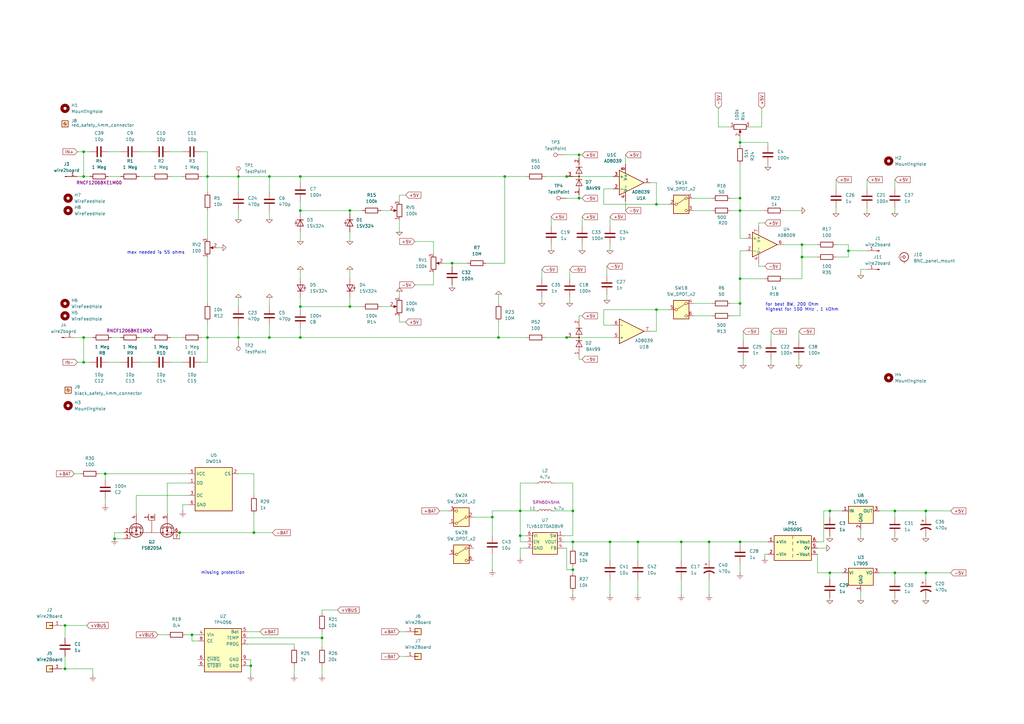
<source format=kicad_sch>
(kicad_sch (version 20231120) (generator "eeschema") (generator_version "8.0")
  (paper "A3")
  (title_block (title "1:200 600V 100 MHz differential probe") (rev "v1") (company "TPI"))
  (junction (at 85.09 72.39))
  (junction (at 104.14 218.44))
  (junction (at 340.36 209.55))
  (junction (at 237.49 81.28))
  (junction (at 123.19 86.36))
  (junction (at 207.01 72.39))
  (junction (at 46.99 220.98))
  (junction (at 290.83 222.25))
  (junction (at 234.95 209.55))
  (junction (at 143.51 125.73))
  (junction (at 367.03 209.55))
  (junction (at 43.18 194.31))
  (junction (at 123.19 72.39))
  (junction (at 234.95 233.68))
  (junction (at 26.67 274.32))
  (junction (at 34.29 72.39))
  (junction (at 303.53 222.25))
  (junction (at 34.29 138.43))
  (junction (at 340.36 234.95))
  (junction (at 232.41 72.39))
  (junction (at 269.24 83.82))
  (junction (at 123.19 138.43))
  (junction (at 269.24 127))
  (junction (at 34.29 62.23))
  (junction (at 73.66 218.44))
  (junction (at 97.79 138.43))
  (junction (at 261.62 222.25))
  (junction (at 132.08 261.62))
  (junction (at 237.49 63.5))
  (junction (at 143.51 86.36))
  (junction (at 85.09 138.43))
  (junction (at 213.36 209.55))
  (junction (at 78.74 260.35))
  (junction (at 34.29 148.59))
  (junction (at 123.19 125.73))
  (junction (at 379.73 234.95))
  (junction (at 204.47 138.43))
  (junction (at 110.49 72.39))
  (junction (at 303.53 124.46))
  (junction (at 185.42 107.95))
  (junction (at 303.53 58.42))
  (junction (at 26.67 256.54))
  (junction (at 201.93 212.09))
  (junction (at 213.36 219.71))
  (junction (at 367.03 234.95))
  (junction (at 232.41 138.43))
  (junction (at 102.87 273.05))
  (junction (at 379.73 209.55))
  (junction (at 250.19 222.25))
  (junction (at 347.98 102.87))
  (junction (at 303.53 81.28))
  (junction (at 303.53 114.3))
  (junction (at 328.93 105.41))
  (junction (at 279.4 222.25))
  (junction (at 234.95 222.25))
  (junction (at 303.53 86.36))
  (junction (at 110.49 138.43))
  (junction (at 328.93 100.33))
  (junction (at 97.79 72.39))
  (wire (pts (xy 379.73 209.55) (xy 379.73 212.09)))
  (wire (pts (xy 367.03 234.95) (xy 379.73 234.95)))
  (wire (pts (xy 25.4 274.32) (xy 26.67 274.32)))
  (wire (pts (xy 232.41 224.79) (xy 232.41 233.68)))
  (wire (pts (xy 97.79 72.39) (xy 110.49 72.39)))
  (wire (pts (xy 57.15 148.59) (xy 62.23 148.59)))
  (wire (pts (xy 102.87 270.51) (xy 102.87 273.05)))
  (wire (pts (xy 238.76 129.54) (xy 237.49 129.54)))
  (wire (pts (xy 353.06 110.49) (xy 353.06 113.03)))
  (wire (pts (xy 261.62 222.25) (xy 261.62 229.87)))
  (wire (pts (xy 223.52 138.43) (xy 232.41 138.43)))
  (wire (pts (xy 85.09 138.43) (xy 97.79 138.43)))
  (wire (pts (xy 340.36 220.98) (xy 340.36 219.71)))
  (wire (pts (xy 77.47 198.12) (xy 68.58 198.12)))
  (wire (pts (xy 340.36 234.95) (xy 345.44 234.95)))
  (wire (pts (xy 74.93 207.01) (xy 74.93 209.55)))
  (wire (pts (xy 290.83 237.49) (xy 290.83 243.84)))
  (wire (pts (xy 234.95 222.25) (xy 250.19 222.25)))
  (wire (pts (xy 231.14 222.25) (xy 234.95 222.25)))
  (wire (pts (xy 234.95 224.79) (xy 234.95 222.25)))
  (wire (pts (xy 31.75 72.39) (xy 34.29 72.39)))
  (wire (pts (xy 38.1 274.32) (xy 38.1 276.86)))
  (wire (pts (xy 143.51 86.36) (xy 148.59 86.36)))
  (wire (pts (xy 194.31 212.09) (xy 201.93 212.09)))
  (wire (pts (xy 284.48 124.46) (xy 292.1 124.46)))
  (wire (pts (xy 185.42 116.84) (xy 185.42 118.11)))
  (wire (pts (xy 335.28 234.95) (xy 340.36 234.95)))
  (wire (pts (xy 77.47 203.2) (xy 55.88 203.2)))
  (wire (pts (xy 304.8 135.89) (xy 304.8 139.7)))
  (wire (pts (xy 232.41 233.68) (xy 234.95 233.68)))
  (wire (pts (xy 104.14 194.31) (xy 97.79 194.31)))
  (wire (pts (xy 299.72 124.46) (xy 303.53 124.46)))
  (wire (pts (xy 299.72 86.36) (xy 303.53 86.36)))
  (wire (pts (xy 111.76 218.44) (xy 104.14 218.44)))
  (wire (pts (xy 367.03 209.55) (xy 379.73 209.55)))
  (wire (pts (xy 313.69 91.44) (xy 311.15 91.44)))
  (wire (pts (xy 120.65 276.86) (xy 120.65 273.05)))
  (wire (pts (xy 327.66 135.89) (xy 327.66 139.7)))
  (wire (pts (xy 303.53 58.42) (xy 303.53 59.69)))
  (wire (pts (xy 97.79 139.7) (xy 97.79 138.43)))
  (wire (pts (xy 232.41 72.39) (xy 251.46 72.39)))
  (wire (pts (xy 269.24 83.82) (xy 274.32 83.82)))
  (wire (pts (xy 46.99 218.44) (xy 46.99 220.98)))
  (wire (pts (xy 104.14 210.82) (xy 104.14 218.44)))
  (wire (pts (xy 328.93 114.3) (xy 321.31 114.3)))
  (wire (pts (xy 311.15 109.22) (xy 311.15 107.95)))
  (wire (pts (xy 328.93 105.41) (xy 328.93 114.3)))
  (wire (pts (xy 201.93 227.33) (xy 201.93 233.68)))
  (wire (pts (xy 279.4 222.25) (xy 290.83 222.25)))
  (wire (pts (xy 207.01 72.39) (xy 207.01 107.95)))
  (wire (pts (xy 342.9 100.33) (xy 347.98 100.33)))
  (wire (pts (xy 226.06 100.33) (xy 226.06 102.87)))
  (wire (pts (xy 353.06 220.98) (xy 353.06 217.17)))
  (wire (pts (xy 303.53 102.87) (xy 303.53 114.3)))
  (wire (pts (xy 120.65 264.16) (xy 120.65 265.43)))
  (wire (pts (xy 347.98 102.87) (xy 347.98 100.33)))
  (wire (pts (xy 101.6 270.51) (xy 102.87 270.51)))
  (wire (pts (xy 110.49 138.43) (xy 123.19 138.43)))
  (wire (pts (xy 110.49 86.36) (xy 110.49 90.17)))
  (wire (pts (xy 215.9 222.25) (xy 213.36 222.25)))
  (wire (pts (xy 232.41 138.43) (xy 251.46 138.43)))
  (wire (pts (xy 311.15 91.44) (xy 311.15 92.71)))
  (wire (pts (xy 233.68 110.49) (xy 233.68 114.3)))
  (wire (pts (xy 31.75 62.23) (xy 34.29 62.23)))
  (wire (pts (xy 57.15 72.39) (xy 62.23 72.39)))
  (wire (pts (xy 177.8 99.06) (xy 177.8 104.14)))
  (wire (pts (xy 82.55 62.23) (xy 85.09 62.23)))
  (wire (pts (xy 45.72 138.43) (xy 49.53 138.43)))
  (wire (pts (xy 222.25 110.49) (xy 222.25 114.3)))
  (wire (pts (xy 303.53 67.31) (xy 303.53 81.28)))
  (wire (pts (xy 321.31 86.36) (xy 328.93 86.36)))
  (wire (pts (xy 247.65 77.47) (xy 247.65 83.82)))
  (wire (pts (xy 69.85 138.43) (xy 74.93 138.43)))
  (wire (pts (xy 143.51 86.36) (xy 143.51 87.63)))
  (wire (pts (xy 303.53 102.87) (xy 306.07 102.87)))
  (wire (pts (xy 367.03 246.38) (xy 367.03 245.11)))
  (wire (pts (xy 248.92 109.22) (xy 248.92 113.03)))
  (wire (pts (xy 199.39 107.95) (xy 207.01 107.95)))
  (wire (pts (xy 284.48 129.54) (xy 292.1 129.54)))
  (wire (pts (xy 303.53 234.95) (xy 303.53 231.14)))
  (wire (pts (xy 360.68 234.95) (xy 367.03 234.95)))
  (wire (pts (xy 269.24 74.93) (xy 266.7 74.93)))
  (wire (pts (xy 123.19 86.36) (xy 143.51 86.36)))
  (wire (pts (xy 313.69 227.33) (xy 314.96 227.33)))
  (wire (pts (xy 250.19 222.25) (xy 261.62 222.25)))
  (wire (pts (xy 247.65 127) (xy 269.24 127)))
  (wire (pts (xy 226.06 88.9) (xy 226.06 92.71)))
  (wire (pts (xy 313.69 228.6) (xy 313.69 227.33)))
  (wire (pts (xy 156.21 125.73) (xy 160.02 125.73)))
  (wire (pts (xy 143.51 125.73) (xy 148.59 125.73)))
  (wire (pts (xy 337.82 222.25) (xy 335.28 222.25)))
  (wire (pts (xy 355.6 85.09) (xy 355.6 87.63)))
  (wire (pts (xy 353.06 110.49) (xy 355.6 110.49)))
  (wire (pts (xy 290.83 222.25) (xy 303.53 222.25)))
  (wire (pts (xy 303.53 86.36) (xy 313.69 86.36)))
  (wire (pts (xy 43.18 204.47) (xy 43.18 207.01)))
  (wire (pts (xy 34.29 62.23) (xy 34.29 72.39)))
  (wire (pts (xy 156.21 86.36) (xy 160.02 86.36)))
  (wire (pts (xy 57.15 138.43) (xy 62.23 138.43)))
  (wire (pts (xy 132.08 276.86) (xy 132.08 273.05)))
  (wire (pts (xy 340.36 246.38) (xy 340.36 245.11)))
  (wire (pts (xy 97.79 138.43) (xy 110.49 138.43)))
  (wire (pts (xy 299.72 129.54) (xy 303.53 129.54)))
  (wire (pts (xy 40.64 194.31) (xy 43.18 194.31)))
  (wire (pts (xy 303.53 97.79) (xy 306.07 97.79)))
  (wire (pts (xy 101.6 261.62) (xy 132.08 261.62)))
  (wire (pts (xy 50.8 220.98) (xy 46.99 220.98)))
  (wire (pts (xy 31.75 148.59) (xy 34.29 148.59)))
  (wire (pts (xy 314.96 58.42) (xy 314.96 59.69)))
  (wire (pts (xy 213.36 219.71) (xy 213.36 222.25)))
  (wire (pts (xy 26.67 269.24) (xy 26.67 274.32)))
  (wire (pts (xy 170.18 99.06) (xy 177.8 99.06)))
  (wire (pts (xy 247.65 133.35) (xy 247.65 127)))
  (wire (pts (xy 234.95 219.71) (xy 231.14 219.71)))
  (wire (pts (xy 85.09 86.36) (xy 85.09 97.79)))
  (wire (pts (xy 237.49 147.32) (xy 237.49 146.05)))
  (wire (pts (xy 34.29 148.59) (xy 34.29 138.43)))
  (wire (pts (xy 222.25 121.92) (xy 222.25 124.46)))
  (wire (pts (xy 85.09 62.23) (xy 85.09 72.39)))
  (wire (pts (xy 30.48 194.31) (xy 33.02 194.31)))
  (wire (pts (xy 303.53 222.25) (xy 314.96 222.25)))
  (wire (pts (xy 367.03 73.66) (xy 367.03 77.47)))
  (wire (pts (xy 177.8 111.76) (xy 177.8 116.84)))
  (wire (pts (xy 143.51 114.3) (xy 143.51 110.49)))
  (wire (pts (xy 143.51 121.92) (xy 143.51 125.73)))
  (wire (pts (xy 316.23 147.32) (xy 316.23 149.86)))
  (wire (pts (xy 299.72 81.28) (xy 303.53 81.28)))
  (wire (pts (xy 166.37 132.08) (xy 163.83 132.08)))
  (wire (pts (xy 303.53 129.54) (xy 303.53 124.46)))
  (wire (pts (xy 303.53 222.25) (xy 303.53 223.52)))
  (wire (pts (xy 166.37 80.01) (xy 163.83 80.01)))
  (wire (pts (xy 269.24 83.82) (xy 269.24 74.93)))
  (wire (pts (xy 238.76 63.5) (xy 237.49 63.5)))
  (wire (pts (xy 261.62 237.49) (xy 261.62 243.84)))
  (wire (pts (xy 97.79 72.39) (xy 97.79 78.74)))
  (wire (pts (xy 340.36 209.55) (xy 345.44 209.55)))
  (wire (pts (xy 85.09 138.43) (xy 85.09 132.08)))
  (wire (pts (xy 123.19 72.39) (xy 123.19 74.93)))
  (wire (pts (xy 238.76 81.28) (xy 237.49 81.28)))
  (wire (pts (xy 120.65 264.16) (xy 101.6 264.16)))
  (wire (pts (xy 82.55 148.59) (xy 85.09 148.59)))
  (wire (pts (xy 132.08 259.08) (xy 132.08 261.62)))
  (wire (pts (xy 279.4 222.25) (xy 279.4 229.87)))
  (wire (pts (xy 353.06 246.38) (xy 353.06 242.57)))
  (wire (pts (xy 44.45 62.23) (xy 49.53 62.23)))
  (wire (pts (xy 290.83 222.25) (xy 290.83 229.87)))
  (wire (pts (xy 337.82 209.55) (xy 337.82 222.25)))
  (wire (pts (xy 69.85 148.59) (xy 74.93 148.59)))
  (wire (pts (xy 85.09 148.59) (xy 85.09 138.43)))
  (wire (pts (xy 303.53 81.28) (xy 303.53 86.36)))
  (wire (pts (xy 181.61 107.95) (xy 185.42 107.95)))
  (wire (pts (xy 250.19 222.25) (xy 250.19 229.87)))
  (wire (pts (xy 201.93 209.55) (xy 213.36 209.55)))
  (wire (pts (xy 110.49 138.43) (xy 110.49 133.35)))
  (wire (pts (xy 123.19 127) (xy 123.19 125.73)))
  (wire (pts (xy 279.4 237.49) (xy 279.4 243.84)))
  (wire (pts (xy 379.73 220.98) (xy 379.73 219.71)))
  (wire (pts (xy 102.87 273.05) (xy 102.87 276.86)))
  (wire (pts (xy 46.99 218.44) (xy 50.8 218.44)))
  (wire (pts (xy 185.42 107.95) (xy 185.42 109.22)))
  (wire (pts (xy 170.18 116.84) (xy 177.8 116.84)))
  (wire (pts (xy 123.19 95.25) (xy 123.19 99.06)))
  (wire (pts (xy 123.19 121.92) (xy 123.19 125.73)))
  (wire (pts (xy 340.36 209.55) (xy 337.82 209.55)))
  (wire (pts (xy 304.8 147.32) (xy 304.8 149.86)))
  (wire (pts (xy 367.03 220.98) (xy 367.03 219.71)))
  (wire (pts (xy 314.96 67.31) (xy 314.96 68.58)))
  (wire (pts (xy 238.76 88.9) (xy 238.76 92.71)))
  (wire (pts (xy 303.53 86.36) (xy 303.53 97.79)))
  (wire (pts (xy 163.83 269.24) (xy 166.37 269.24)))
  (wire (pts (xy 43.18 194.31) (xy 43.18 196.85)))
  (wire (pts (xy 316.23 135.89) (xy 316.23 139.7)))
  (wire (pts (xy 312.42 44.45) (xy 312.42 52.07)))
  (wire (pts (xy 123.19 125.73) (xy 143.51 125.73)))
  (wire (pts (xy 78.74 260.35) (xy 81.28 260.35)))
  (wire (pts (xy 347.98 105.41) (xy 347.98 102.87)))
  (wire (pts (xy 163.83 132.08) (xy 163.83 129.54)))
  (wire (pts (xy 340.36 209.55) (xy 340.36 212.09)))
  (wire (pts (xy 123.19 86.36) (xy 123.19 87.63)))
  (wire (pts (xy 227.33 209.55) (xy 234.95 209.55)))
  (wire (pts (xy 250.19 237.49) (xy 250.19 243.84)))
  (wire (pts (xy 68.58 260.35) (xy 64.77 260.35)))
  (wire (pts (xy 223.52 72.39) (xy 232.41 72.39)))
  (wire (pts (xy 30.48 138.43) (xy 34.29 138.43)))
  (wire (pts (xy 97.79 138.43) (xy 97.79 133.35)))
  (wire (pts (xy 97.79 121.92) (xy 97.79 125.73)))
  (wire (pts (xy 247.65 83.82) (xy 269.24 83.82)))
  (wire (pts (xy 237.49 63.5) (xy 237.49 64.77)))
  (wire (pts (xy 340.36 234.95) (xy 340.36 237.49)))
  (wire (pts (xy 303.53 124.46) (xy 303.53 114.3)))
  (wire (pts (xy 328.93 100.33) (xy 335.28 100.33)))
  (wire (pts (xy 303.53 58.42) (xy 314.96 58.42)))
  (wire (pts (xy 110.49 72.39) (xy 110.49 78.74)))
  (wire (pts (xy 73.66 218.44) (xy 73.66 220.98)))
  (wire (pts (xy 101.6 273.05) (xy 102.87 273.05)))
  (wire (pts (xy 269.24 127) (xy 274.32 127)))
  (wire (pts (xy 233.68 121.92) (xy 233.68 124.46)))
  (wire (pts (xy 213.36 224.79) (xy 215.9 224.79)))
  (wire (pts (xy 26.67 256.54) (xy 26.67 261.62)))
  (wire (pts (xy 339.09 224.79) (xy 335.28 224.79)))
  (wire (pts (xy 219.71 209.55) (xy 213.36 209.55)))
  (wire (pts (xy 123.19 72.39) (xy 207.01 72.39)))
  (wire (pts (xy 335.28 234.95) (xy 335.28 227.33)))
  (wire (pts (xy 313.69 109.22) (xy 311.15 109.22)))
  (wire (pts (xy 132.08 261.62) (xy 132.08 265.43)))
  (wire (pts (xy 312.42 52.07) (xy 307.34 52.07)))
  (wire (pts (xy 82.55 72.39) (xy 85.09 72.39)))
  (wire (pts (xy 123.19 138.43) (xy 204.47 138.43)))
  (wire (pts (xy 123.19 134.62) (xy 123.19 138.43)))
  (wire (pts (xy 299.72 52.07) (xy 294.64 52.07)))
  (wire (pts (xy 44.45 72.39) (xy 49.53 72.39)))
  (wire (pts (xy 284.48 81.28) (xy 292.1 81.28)))
  (wire (pts (xy 232.41 81.28) (xy 237.49 81.28)))
  (wire (pts (xy 360.68 209.55) (xy 367.03 209.55)))
  (wire (pts (xy 123.19 82.55) (xy 123.19 86.36)))
  (wire (pts (xy 379.73 209.55) (xy 389.89 209.55)))
  (wire (pts (xy 248.92 120.65) (xy 248.92 123.19)))
  (wire (pts (xy 213.36 198.12) (xy 213.36 209.55)))
  (wire (pts (xy 328.93 100.33) (xy 328.93 105.41)))
  (wire (pts (xy 234.95 209.55) (xy 234.95 219.71)))
  (wire (pts (xy 342.9 85.09) (xy 342.9 87.63)))
  (wire (pts (xy 26.67 274.32) (xy 38.1 274.32)))
  (wire (pts (xy 303.53 55.88) (xy 303.53 58.42)))
  (wire (pts (xy 68.58 198.12) (xy 68.58 210.82)))
  (wire (pts (xy 185.42 107.95) (xy 191.77 107.95)))
  (wire (pts (xy 34.29 62.23) (xy 36.83 62.23)))
  (wire (pts (xy 355.6 73.66) (xy 355.6 77.47)))
  (wire (pts (xy 213.36 228.6) (xy 213.36 224.79)))
  (wire (pts (xy 163.83 90.17) (xy 163.83 95.25)))
  (wire (pts (xy 250.19 100.33) (xy 250.19 102.87)))
  (wire (pts (xy 85.09 105.41) (xy 85.09 124.46)))
  (wire (pts (xy 26.67 256.54) (xy 35.56 256.54)))
  (wire (pts (xy 367.03 234.95) (xy 367.03 237.49)))
  (wire (pts (xy 213.36 219.71) (xy 215.9 219.71)))
  (wire (pts (xy 342.9 105.41) (xy 347.98 105.41)))
  (wire (pts (xy 335.28 105.41) (xy 328.93 105.41)))
  (wire (pts (xy 104.14 203.2) (xy 104.14 194.31)))
  (wire (pts (xy 25.4 256.54) (xy 26.67 256.54)))
  (wire (pts (xy 321.31 100.33) (xy 328.93 100.33)))
  (wire (pts (xy 327.66 147.32) (xy 327.66 149.86)))
  (wire (pts (xy 85.09 72.39) (xy 97.79 72.39)))
  (wire (pts (xy 34.29 138.43) (xy 38.1 138.43)))
  (wire (pts (xy 78.74 262.89) (xy 78.74 260.35)))
  (wire (pts (xy 250.19 88.9) (xy 250.19 92.71)))
  (wire (pts (xy 76.2 260.35) (xy 78.74 260.35)))
  (wire (pts (xy 204.47 138.43) (xy 215.9 138.43)))
  (wire (pts (xy 163.83 121.92) (xy 163.83 119.38)))
  (wire (pts (xy 74.93 207.01) (xy 77.47 207.01)))
  (wire (pts (xy 163.83 80.01) (xy 163.83 82.55)))
  (wire (pts (xy 143.51 95.25) (xy 143.51 99.06)))
  (wire (pts (xy 234.95 232.41) (xy 234.95 233.68)))
  (wire (pts (xy 269.24 127) (xy 269.24 135.89)))
  (wire (pts (xy 85.09 72.39) (xy 85.09 78.74)))
  (wire (pts (xy 204.47 132.08) (xy 204.47 138.43)))
  (wire (pts (xy 82.55 138.43) (xy 85.09 138.43)))
  (wire (pts (xy 294.64 44.45) (xy 294.64 52.07)))
  (wire (pts (xy 227.33 198.12) (xy 234.95 198.12)))
  (wire (pts (xy 201.93 212.09) (xy 201.93 219.71)))
  (wire (pts (xy 379.73 246.38) (xy 379.73 245.11)))
  (wire (pts (xy 213.36 209.55) (xy 213.36 219.71)))
  (wire (pts (xy 106.68 259.08) (xy 101.6 259.08)))
  (wire (pts (xy 234.95 233.68) (xy 234.95 234.95)))
  (wire (pts (xy 251.46 77.47) (xy 247.65 77.47)))
  (wire (pts (xy 91.44 101.6) (xy 88.9 101.6)))
  (wire (pts (xy 55.88 203.2) (xy 55.88 210.82)))
  (wire (pts (xy 138.43 250.19) (xy 132.08 250.19)))
  (wire (pts (xy 379.73 234.95) (xy 389.89 234.95)))
  (wire (pts (xy 238.76 100.33) (xy 238.76 102.87)))
  (wire (pts (xy 81.28 262.89) (xy 78.74 262.89)))
  (wire (pts (xy 234.95 242.57) (xy 234.95 243.84)))
  (wire (pts (xy 303.53 114.3) (xy 313.69 114.3)))
  (wire (pts (xy 43.18 194.31) (xy 77.47 194.31)))
  (wire (pts (xy 180.34 209.55) (xy 184.15 209.55)))
  (wire (pts (xy 69.85 62.23) (xy 74.93 62.23)))
  (wire (pts (xy 57.15 62.23) (xy 62.23 62.23)))
  (wire (pts (xy 237.49 81.28) (xy 237.49 80.01)))
  (wire (pts (xy 367.03 209.55) (xy 367.03 212.09)))
  (wire (pts (xy 69.85 72.39) (xy 74.93 72.39)))
  (wire (pts (xy 342.9 73.66) (xy 342.9 77.47)))
  (wire (pts (xy 110.49 121.92) (xy 110.49 125.73)))
  (wire (pts (xy 284.48 86.36) (xy 292.1 86.36)))
  (wire (pts (xy 347.98 102.87) (xy 355.6 102.87)))
  (wire (pts (xy 261.62 222.25) (xy 279.4 222.25)))
  (wire (pts (xy 44.45 148.59) (xy 49.53 148.59)))
  (wire (pts (xy 110.49 72.39) (xy 123.19 72.39)))
  (wire (pts (xy 238.76 147.32) (xy 237.49 147.32)))
  (wire (pts (xy 231.14 224.79) (xy 232.41 224.79)))
  (wire (pts (xy 367.03 85.09) (xy 367.03 87.63)))
  (wire (pts (xy 256.54 86.36) (xy 256.54 82.55)))
  (wire (pts (xy 201.93 209.55) (xy 201.93 212.09)))
  (wire (pts (xy 34.29 148.59) (xy 36.83 148.59)))
  (wire (pts (xy 269.24 135.89) (xy 266.7 135.89)))
  (wire (pts (xy 231.14 63.5) (xy 237.49 63.5)))
  (wire (pts (xy 123.19 114.3) (xy 123.19 110.49)))
  (wire (pts (xy 256.54 63.5) (xy 256.54 67.31)))
  (wire (pts (xy 104.14 218.44) (xy 73.66 218.44)))
  (wire (pts (xy 251.46 133.35) (xy 247.65 133.35)))
  (wire (pts (xy 237.49 129.54) (xy 237.49 130.81)))
  (wire (pts (xy 163.83 259.08) (xy 166.37 259.08)))
  (wire (pts (xy 234.95 198.12) (xy 234.95 209.55)))
  (wire (pts (xy 379.73 234.95) (xy 379.73 237.49)))
  (wire (pts (xy 97.79 86.36) (xy 97.79 90.17)))
  (wire (pts (xy 204.47 124.46) (xy 204.47 120.65)))
  (wire (pts (xy 219.71 198.12) (xy 213.36 198.12)))
  (wire (pts (xy 207.01 72.39) (xy 215.9 72.39)))
  (wire (pts (xy 34.29 72.39) (xy 36.83 72.39)))
  (wire (pts (xy 132.08 250.19) (xy 132.08 251.46)))
  (text "for best BW, 200 Ohm\nhighest for 100 MHz , 1 kOhm" (at 313.944 127.762 0) (effects (font (size 1.27 1.27)) (justify left bottom)))
  (text "max needed is 55 ohms\n" (at 52.07 104.394 0) (effects (font (size 1.27 1.27)) (justify left bottom)))
  (text "missing protection\n" (at 91.44 234.95 0) (effects (font (size 1.27 1.27))))
  (global_label "IN-" (shape input) (at 31.75 148.59 180) (property "Intersheetrefs" "${INTERSHEET_REFS}" (effects (hide yes))))
  (global_label "+5V" (shape input) (at 170.18 99.06 180) (property "Intersheetrefs" "${INTERSHEET_REFS}" (effects (hide yes))))
  (global_label "-5V" (shape input) (at 238.76 81.28 0) (property "Intersheetrefs" "${INTERSHEET_REFS}" (effects (hide yes))))
  (global_label "+5V" (shape input) (at 238.76 129.54 0) (property "Intersheetrefs" "${INTERSHEET_REFS}" (effects (hide yes))))
  (global_label "+5V" (shape input) (at 238.76 88.9 0) (property "Intersheetrefs" "${INTERSHEET_REFS}" (effects (hide yes))))
  (global_label "+5V" (shape input) (at 250.19 88.9 0) (property "Intersheetrefs" "${INTERSHEET_REFS}" (effects (hide yes))))
  (global_label "-5V" (shape input) (at 316.23 135.89 0) (property "Intersheetrefs" "${INTERSHEET_REFS}" (effects (hide yes))))
  (global_label "-BAT" (shape input) (at 163.83 269.24 180) (property "Intersheetrefs" "${INTERSHEET_REFS}" (effects (hide yes))))
  (global_label "+VBUS" (shape input) (at 64.77 260.35 180) (property "Intersheetrefs" "${INTERSHEET_REFS}" (effects (hide yes))))
  (global_label "-5V" (shape input) (at 256.54 86.36 0) (property "Intersheetrefs" "${INTERSHEET_REFS}" (effects (hide yes))))
  (global_label "-5V" (shape input) (at 389.89 234.95 0) (property "Intersheetrefs" "${INTERSHEET_REFS}" (effects (hide yes))))
  (global_label "+BAT" (shape input) (at 106.68 259.08 0) (property "Intersheetrefs" "${INTERSHEET_REFS}" (effects (hide yes))))
  (global_label "-5V" (shape input) (at 170.18 116.84 180) (property "Intersheetrefs" "${INTERSHEET_REFS}" (effects (hide yes))))
  (global_label "-5V" (shape input) (at 327.66 135.89 0) (property "Intersheetrefs" "${INTERSHEET_REFS}" (effects (hide yes))))
  (global_label "+BAT" (shape input) (at 180.34 209.55 180) (property "Intersheetrefs" "${INTERSHEET_REFS}" (effects (hide yes))))
  (global_label "-5V" (shape input) (at 304.8 135.89 0) (property "Intersheetrefs" "${INTERSHEET_REFS}" (effects (hide yes))))
  (global_label "+5V" (shape input) (at 166.37 132.08 0) (property "Intersheetrefs" "${INTERSHEET_REFS}" (effects (hide yes))))
  (global_label "+BAT" (shape input) (at 163.83 259.08 180) (property "Intersheetrefs" "${INTERSHEET_REFS}" (effects (hide yes))))
  (global_label "-5V" (shape input) (at 233.68 110.49 0) (property "Intersheetrefs" "${INTERSHEET_REFS}" (effects (hide yes))))
  (global_label "+5V" (shape input) (at 313.69 91.44 0) (property "Intersheetrefs" "${INTERSHEET_REFS}" (effects (hide yes))))
  (global_label "+5V" (shape input) (at 256.54 63.5 0) (property "Intersheetrefs" "${INTERSHEET_REFS}" (effects (hide yes))))
  (global_label "+5V" (shape input) (at 342.9 73.66 0) (property "Intersheetrefs" "${INTERSHEET_REFS}" (effects (hide yes))))
  (global_label "-5V" (shape input) (at 222.25 110.49 0) (property "Intersheetrefs" "${INTERSHEET_REFS}" (effects (hide yes))))
  (global_label "+5V" (shape input) (at 226.06 88.9 0) (property "Intersheetrefs" "${INTERSHEET_REFS}" (effects (hide yes))))
  (global_label "+5V" (shape input) (at 312.42 44.45 90) (property "Intersheetrefs" "${INTERSHEET_REFS}" (effects (hide yes))))
  (global_label "-5V" (shape input) (at 313.69 109.22 0) (property "Intersheetrefs" "${INTERSHEET_REFS}" (effects (hide yes))))
  (global_label "+VBUS" (shape input) (at 138.43 250.19 0) (property "Intersheetrefs" "${INTERSHEET_REFS}" (effects (hide yes))))
  (global_label "-5V" (shape input) (at 238.76 147.32 0) (property "Intersheetrefs" "${INTERSHEET_REFS}" (effects (hide yes))))
  (global_label "+VBUS" (shape input) (at 35.56 256.54 0) (property "Intersheetrefs" "${INTERSHEET_REFS}" (effects (hide yes))))
  (global_label "+5V" (shape input) (at 355.6 73.66 0) (property "Intersheetrefs" "${INTERSHEET_REFS}" (effects (hide yes))))
  (global_label "+5V" (shape input) (at 238.76 63.5 0) (property "Intersheetrefs" "${INTERSHEET_REFS}" (effects (hide yes))))
  (global_label "+5V" (shape input) (at 367.03 73.66 0) (property "Intersheetrefs" "${INTERSHEET_REFS}" (effects (hide yes))))
  (global_label "IN+" (shape input) (at 31.75 62.23 180) (property "Intersheetrefs" "${INTERSHEET_REFS}" (effects (hide yes))))
  (global_label "+5V" (shape input) (at 166.37 80.01 0) (property "Intersheetrefs" "${INTERSHEET_REFS}" (effects (hide yes))))
  (global_label "-5V" (shape input) (at 248.92 109.22 0) (property "Intersheetrefs" "${INTERSHEET_REFS}" (effects (hide yes))))
  (global_label "-5V" (shape input) (at 294.64 44.45 90) (property "Intersheetrefs" "${INTERSHEET_REFS}" (effects (hide yes))))
  (global_label "+5V" (shape input) (at 389.89 209.55 0) (property "Intersheetrefs" "${INTERSHEET_REFS}" (effects (hide yes))))
  (global_label "-BAT" (shape input) (at 111.76 218.44 0) (property "Intersheetrefs" "${INTERSHEET_REFS}" (effects (hide yes))))
  (global_label "+BAT" (shape input) (at 30.48 194.31 180) (property "Intersheetrefs" "${INTERSHEET_REFS}" (effects (hide yes))))
  (symbol (lib_id "Device:R") (at 36.83 194.31 90) (mirror x) (unit 1)
    (property "Reference" "R30" (at 36.83 187.96 90))
    (property "Value" "100" (at 36.83 190.5 90))
    (property "Footprint" "Resistor_SMD:R_0603_1608Metric_Pad0.98x0.95mm_HandSolder" (effects (hide yes)))
  )
  (symbol (lib_id "DS100M06V_linear:DW01A") (at 87.63 196.85 0) (unit 1)
    (property "Reference" "U5" (at 87.63 186.69 0))
    (property "Value" "DW01A" (at 87.63 189.23 0))
    (property "Footprint" "Package_TO_SOT_SMD:SOT-23-6" (effects (hide yes)))
    (property "Datasheet" "https://hmsemi.com/downfile/DW01A.PDF" (effects (hide yes)))
    (property "Description" "Overcharge, overcurrent and overdischarge protection IC for single cell lithium-ion/polymer battery" (effects (hide yes)))
  )
  (symbol (lib_id "Device:C") (at 340.36 215.9 0) (mirror y) (unit 1)
    (property "Reference" "C3" (at 344.17 214.63 0) (effects (justify right)))
    (property "Value" "1u" (at 344.17 217.17 0) (effects (justify right)))
    (property "Footprint" "Resistor_SMD:R_0603_1608Metric_Pad0.98x0.95mm_HandSolder" (effects (hide yes)))
  )
  (symbol (lib_id "DS100M06V_linear:black_safety_4mm_connector") (at 26.67 158.75 0) (unit 1)
    (property "Reference" "J9" (at 30.48 158.7499 0) (effects (justify left)))
    (property "Value" "black_safety_4mm_connector" (at 30.48 161.2899 0) (effects (justify left)))
    (property "Footprint" "DS100M06V_linear:red_safety_4mm_connector" (effects (hide yes)))
    (property "Description" "Generic connector, single row, 01x01, script generated" (effects (hide yes)))
  )
  (symbol (lib_id "diff-probe:AD8009") (at 311.15 100.33 0) (unit 1)
    (property "Reference" "U4" (at 322.58 93.98 0))
    (property "Value" "AD8009" (at 322.58 96.52 0))
    (property "Footprint" "Package_SO:SOIC-8_3.9x4.9mm_P1.27mm" (effects (hide yes)))
    (property "Datasheet" "https://www.ti.com/lit/ds/symlink/tlv3541.pdf?ts=1716586558618&ref_url=https%253A%252F%252Fwww.mouser.de%252F#%5B%7B%22num%22%3A80%2C%22gen%22%3A0%7D%2C%7B%22name%22%3A%22XYZ%22%7D%2C0%2C593.9%2C0%5D" (effects (hide yes)))
    (property "Sim.Library" "/home/ostoja/KiCad/models/opamps/TLVx387.LIB" (effects (hide yes)))
    (property "Sim.Name" "TLVx387" (effects (hide yes)))
    (property "Sim.Device" "SUBCKT" (effects (hide yes)))
    (property "Sim.Pins" "1=IN+ 2=VEE 3=IN- 4=OUT 5=VCC" (effects (hide yes)))
  )
  (symbol (lib_id "Device:R") (at 295.91 86.36 90) (mirror x) (unit 1)
    (property "Reference" "R20" (at 298.45 91.44 90) (effects (justify left)))
    (property "Value" "500" (at 297.942 89.154 90) (effects (justify left)))
    (property "Footprint" "Resistor_SMD:R_0603_1608Metric_Pad0.98x0.95mm_HandSolder" (effects (hide yes)))
  )
  (symbol (lib_id "Simulation_SPICE:0") (at 123.19 99.06 0) (unit 1)
    (property "Reference" "#GND05" (effects (hide yes)))
    (property "Value" "0" (effects (hide yes)))
  )
  (symbol (lib_id "Device:C") (at 201.93 223.52 180) (unit 1)
    (property "Reference" "C43" (at 205.74 222.2499 0) (effects (justify right)))
    (property "Value" "10u" (at 205.74 224.7899 0) (effects (justify right)))
    (property "Footprint" "Resistor_SMD:R_1206_3216Metric_Pad1.30x1.75mm_HandSolder" (effects (hide yes)))
  )
  (symbol (lib_id "Device:L") (at 223.52 198.12 90) (unit 1)
    (property "Reference" "L2" (at 223.52 193.04 90))
    (property "Value" "4.7u" (at 223.52 195.58 90))
    (property "Footprint" "Inductor_THT:L_Radial_D7.5mm_P3.50mm_Fastron_07P" (effects (hide yes)))
    (property "Description" "Inductor" (effects (hide yes)))
  )
  (symbol (lib_id "power:Earth") (at 290.83 243.84 0) (unit 1)
    (property "Reference" "#PWR014" (effects (hide yes)))
    (property "Value" "Earth" (effects (hide yes)))
    (property "Description" "Power symbol creates a global label with name \"Earth\"" (effects (hide yes)))
  )
  (symbol (lib_id "power:Earth") (at 120.65 276.86 0) (unit 1)
    (property "Reference" "#PWR09" (effects (hide yes)))
    (property "Value" "Earth" (effects (hide yes)))
    (property "Description" "Power symbol creates a global label with name \"Earth\"" (effects (hide yes)))
  )
  (symbol (lib_id "DS100M06V_linear:red_safety_4mm_connector") (at 25.4 49.53 0) (unit 1)
    (property "Reference" "J8" (at 29.21 49.5299 0) (effects (justify left)))
    (property "Value" "red_safety_4mm_connector" (at 29.21 51.308 0) (effects (justify left)))
    (property "Footprint" "DS100M06V_linear:red_safety_4mm_connector" (effects (hide yes)))
    (property "Description" "Generic connector, single row, 01x01, script generated" (effects (hide yes)))
  )
  (symbol (lib_id "Device:R_Potentiometer") (at 177.8 107.95 0) (mirror x) (unit 1) (exclude_from_sim yes)
    (property "Reference" "RV1" (at 175.26 106.68 0) (effects (justify right)))
    (property "Value" "100k" (at 175.26 109.22 0) (effects (justify right)))
    (property "Footprint" "Potentiometer_THT:Potentiometer_Bourns_3296W_Vertical" (effects (hide yes)))
  )
  (symbol (lib_id "Mechanical:MountingHole") (at 27.94 86.36 0) (unit 1)
    (property "Reference" "H8" (at 30.48 85.09 0) (effects (justify left)))
    (property "Value" "WireFeedHole" (at 30.48 87.63 0) (effects (justify left)))
    (property "Footprint" "MountingHole:MountingHole_2.2mm_M2_ISO7380" (effects (hide yes)))
  )
  (symbol (lib_id "Connector:TestPoint") (at 232.41 81.28 90) (unit 1)
    (property "Reference" "TP4" (at 229.108 76.2 90))
    (property "Value" "TestPoint" (at 229.108 78.74 90))
    (property "Footprint" "TestPoint:TestPoint_Pad_D2.0mm" (effects (hide yes)))
  )
  (symbol (lib_id "Device:R") (at 66.04 72.39 90) (unit 1)
    (property "Reference" "R2" (at 66.04 66.04 90))
    (property "Value" "1 Meg" (at 66.04 68.58 90))
    (property "Footprint" "Resistor_SMD:R_1206_3216Metric_Pad1.30x1.75mm_HandSolder" (effects (hide yes)))
  )
  (symbol (lib_id "power:Earth") (at 250.19 243.84 0) (unit 1)
    (property "Reference" "#PWR015" (effects (hide yes)))
    (property "Value" "Earth" (effects (hide yes)))
    (property "Description" "Power symbol creates a global label with name \"Earth\"" (effects (hide yes)))
  )
  (symbol (lib_id "Device:R") (at 204.47 128.27 180) (unit 1)
    (property "Reference" "R23" (at 209.042 128.016 0))
    (property "Value" "10M" (at 209.042 130.556 0))
    (property "Footprint" "Resistor_SMD:R_0603_1608Metric_Pad0.98x0.95mm_HandSolder" (effects (hide yes)))
  )
  (symbol (lib_id "Device:R") (at 53.34 138.43 90) (mirror x) (unit 1)
    (property "Reference" "R9" (at 53.34 144.78 90))
    (property "Value" "1 Meg" (at 53.34 142.24 90))
    (property "Footprint" "Resistor_SMD:R_1206_3216Metric_Pad1.30x1.75mm_HandSolder" (effects (hide yes)))
  )
  (symbol (lib_id "Connector:Conn_01x01_Pin") (at 25.4 138.43 0) (unit 1)
    (property "Reference" "J4" (at 26.035 133.35 0))
    (property "Value" "wire2board" (at 26.035 135.89 0))
    (property "Footprint" "Connector_Wire:SolderWire-0.25sqmm_1x01_D0.65mm_OD1.7mm" (effects (hide yes)))
  )
  (symbol (lib_id "Device:C") (at 110.49 129.54 0) (mirror y) (unit 1)
    (property "Reference" "C5" (at 114.3 128.27 0) (effects (justify right)))
    (property "Value" "470p" (at 114.3 130.81 0) (effects (justify right)))
    (property "Footprint" "Resistor_SMD:R_0603_1608Metric_Pad0.98x0.95mm_HandSolder" (effects (hide yes)))
  )
  (symbol (lib_id "Mechanical:MountingHole") (at 26.67 44.45 0) (unit 1)
    (property "Reference" "H1" (at 29.21 43.18 0) (effects (justify left)))
    (property "Value" "MountingHole" (at 29.21 45.72 0) (effects (justify left)))
    (property "Footprint" "MountingHole:MountingHole_3.2mm_M3" (effects (hide yes)))
  )
  (symbol (lib_id "Simulation_SPICE:0") (at 367.03 220.98 0) (unit 1)
    (property "Reference" "#GND046" (effects (hide yes)))
    (property "Value" "0" (effects (hide yes)))
  )
  (symbol (lib_id "DS100M06V_linear:1SV324") (at 143.51 91.44 270) (unit 1)
    (property "Reference" "D1" (at 146.05 90.1699 90) (effects (justify left)))
    (property "Value" "1SV324" (at 146.05 92.7099 90) (effects (justify left)))
    (property "Footprint" "Diode_SMD:D_SOD-323_HandSoldering" (effects (hide yes)))
    (property "Description" "Variable capacitance diode" (effects (hide yes)))
  )
  (symbol (lib_id "Device:C") (at 66.04 148.59 270) (unit 1)
    (property "Reference" "C14" (at 66.04 156.21 90))
    (property "Value" "10p" (at 66.04 153.67 90))
    (property "Footprint" "Resistor_SMD:R_1206_3216Metric_Pad1.30x1.75mm_HandSolder" (effects (hide yes)))
  )
  (symbol (lib_id "power:Earth") (at 74.93 209.55 0) (unit 1)
    (property "Reference" "#PWR013" (effects (hide yes)))
    (property "Value" "Earth" (effects (hide yes)))
    (property "Description" "Power symbol creates a global label with name \"Earth\"" (effects (hide yes)))
  )
  (symbol (lib_id "Simulation_SPICE:0") (at 185.42 118.11 0) (unit 1)
    (property "Reference" "#GND031" (effects (hide yes)))
    (property "Value" "0" (effects (hide yes)))
  )
  (symbol (lib_id "Device:C") (at 250.19 233.68 180) (unit 1)
    (property "Reference" "C41" (at 254 232.4099 0) (effects (justify right)))
    (property "Value" "10u" (at 254 234.9499 0) (effects (justify right)))
    (property "Footprint" "Resistor_SMD:R_1206_3216Metric_Pad1.30x1.75mm_HandSolder" (effects (hide yes)))
  )
  (symbol (lib_id "DS100M06V_linear:FS8205A") (at 55.88 218.44 0) (unit 1)
    (property "Reference" "Q2" (at 62.23 222.25 0))
    (property "Value" "FS8205A" (at 62.23 224.79 0))
    (property "Footprint" "Package_SO:TSSOP-8_4.4x3mm_P0.65mm" (effects (hide yes)))
    (property "Datasheet" "https://www.vishay.com/docs/70226/70226.pdf" (effects (hide yes)))
    (property "Description" "0.2A Id, 200V Vds, N-Channel MOSFET, 2.6V Logic Level, TO-92" (effects (hide yes)))
  )
  (symbol (lib_id "Simulation_SPICE:0") (at 233.68 124.46 0) (unit 1)
    (property "Reference" "#GND013" (effects (hide yes)))
    (property "Value" "0" (effects (hide yes)))
  )
  (symbol (lib_id "Simulation_SPICE:0") (at 163.83 119.38 0) (mirror x) (unit 1)
    (property "Reference" "#GND09" (effects (hide yes)))
    (property "Value" "0" (effects (hide yes)))
  )
  (symbol (lib_id "Device:R") (at 85.09 128.27 0) (mirror y) (unit 1)
    (property "Reference" "R12" (at 87.63 129.54 0) (effects (justify right)))
    (property "Value" "10k" (at 87.63 127 0) (effects (justify right)))
    (property "Footprint" "Resistor_SMD:R_0603_1608Metric_Pad0.98x0.95mm_HandSolder" (effects (hide yes)))
  )
  (symbol (lib_id "power:Earth") (at 213.36 228.6 0) (unit 1)
    (property "Reference" "#PWR05" (effects (hide yes)))
    (property "Value" "Earth" (effects (hide yes)))
    (property "Description" "Power symbol creates a global label with name \"Earth\"" (effects (hide yes)))
  )
  (symbol (lib_id "power:Earth") (at 102.87 276.86 0) (unit 1)
    (property "Reference" "#PWR08" (effects (hide yes)))
    (property "Value" "Earth" (effects (hide yes)))
    (property "Description" "Power symbol creates a global label with name \"Earth\"" (effects (hide yes)))
  )
  (symbol (lib_id "Simulation_SPICE:0") (at 355.6 87.63 0) (unit 1)
    (property "Reference" "#GND016" (effects (hide yes)))
    (property "Value" "0" (effects (hide yes)))
  )
  (symbol (lib_id "Simulation_SPICE:0") (at 238.76 102.87 0) (unit 1)
    (property "Reference" "#GND014" (effects (hide yes)))
    (property "Value" "0" (effects (hide yes)))
  )
  (symbol (lib_id "Simulation_SPICE:0") (at 379.73 246.38 0) (unit 1)
    (property "Reference" "#GND015" (effects (hide yes)))
    (property "Value" "0" (effects (hide yes)))
  )
  (symbol (lib_id "Simulation_SPICE:0") (at 316.23 149.86 0) (unit 1)
    (property "Reference" "#GND017" (effects (hide yes)))
    (property "Value" "0" (effects (hide yes)))
  )
  (symbol (lib_id "Simulation_SPICE:0") (at 340.36 246.38 0) (unit 1)
    (property "Reference" "#GND030" (effects (hide yes)))
    (property "Value" "0" (effects (hide yes)))
  )
  (symbol (lib_id "power:Earth") (at 38.1 276.86 0) (unit 1)
    (property "Reference" "#PWR07" (effects (hide yes)))
    (property "Value" "Earth" (effects (hide yes)))
    (property "Description" "Power symbol creates a global label with name \"Earth\"" (effects (hide yes)))
  )
  (symbol (lib_id "Device:C") (at 110.49 82.55 180) (unit 1)
    (property "Reference" "C6" (at 114.3 81.28 0) (effects (justify right)))
    (property "Value" "470p" (at 114.3 83.82 0) (effects (justify right)))
    (property "Footprint" "Resistor_SMD:R_0603_1608Metric_Pad0.98x0.95mm_HandSolder" (effects (hide yes)))
  )
  (symbol (lib_id "Device:C") (at 185.42 113.03 180) (unit 1)
    (property "Reference" "C32" (at 189.23 111.76 0) (effects (justify right)))
    (property "Value" "100n" (at 189.23 114.3 0) (effects (justify right)))
    (property "Footprint" "Resistor_SMD:R_0603_1608Metric_Pad0.98x0.95mm_HandSolder" (effects (hide yes)))
  )
  (symbol (lib_id "Switch:SW_DPDT_x2") (at 189.23 227.33 0) (unit 2)
    (property "Reference" "SW2" (at 189.23 218.44 0))
    (property "Value" "SW_DPDT_x2" (at 189.23 220.98 0))
    (property "Footprint" "DS100M06V_linear:DPDT_bigger" (effects (hide yes)))
  )
  (symbol (lib_id "Device:R") (at 317.5 114.3 90) (unit 1)
    (property "Reference" "R18" (at 317.5 120.65 90))
    (property "Value" "1k" (at 317.5 118.11 90))
    (property "Footprint" "Resistor_SMD:R_0603_1608Metric_Pad0.98x0.95mm_HandSolder" (effects (hide yes)))
  )
  (symbol (lib_id "Device:R") (at 234.95 228.6 180) (unit 1)
    (property "Reference" "R28" (at 237.49 227.33 0) (effects (justify right)))
    (property "Value" "10k" (at 237.49 229.87 0) (effects (justify right)))
    (property "Footprint" "Resistor_SMD:R_0603_1608Metric_Pad0.98x0.95mm_HandSolder" (effects (hide yes)))
  )
  (symbol (lib_id "Connectors_and_wire_to_board:Wire2Board") (at 171.45 269.24 0) (unit 1)
    (property "Reference" "J7" (at 171.45 262.89 0))
    (property "Value" "Wire2Board" (at 171.45 265.43 0))
    (property "Footprint" "Connector_Wire:SolderWire-0.127sqmm_1x01_D0.48mm_OD1mm" (effects (hide yes)))
  )
  (symbol (lib_id "Device:C") (at 303.53 227.33 0) (mirror y) (unit 1)
    (property "Reference" "C28" (at 307.34 226.06 0) (effects (justify right)))
    (property "Value" "1u" (at 307.34 228.6 0) (effects (justify right)))
    (property "Footprint" "Resistor_SMD:R_0603_1608Metric_Pad0.98x0.95mm_HandSolder" (effects (hide yes)))
  )
  (symbol (lib_id "Device:C") (at 367.03 241.3 0) (mirror y) (unit 1)
    (property "Reference" "C30" (at 370.84 240.03 0) (effects (justify right)))
    (property "Value" "1u" (at 370.84 242.57 0) (effects (justify right)))
    (property "Footprint" "Resistor_SMD:R_0603_1608Metric_Pad0.98x0.95mm_HandSolder" (effects (hide yes)))
  )
  (symbol (lib_id "Device:C") (at 304.8 143.51 180) (unit 1)
    (property "Reference" "C25" (at 308.61 142.24 0) (effects (justify right)))
    (property "Value" "1n" (at 308.61 144.78 0) (effects (justify right)))
    (property "Footprint" "Resistor_SMD:R_0603_1608Metric_Pad0.98x0.95mm_HandSolder" (effects (hide yes)))
  )
  (symbol (lib_id "diff-probe:AD8039") (at 259.08 74.93 0) (unit 1)
    (property "Reference" "U1" (at 262.89 81.28 0))
    (property "Value" "AD8039" (at 262.89 78.74 0))
    (property "Footprint" "Package_SO:SOIC-8_3.9x4.9mm_P1.27mm" (effects (hide yes)))
    (property "Datasheet" "http://www.ti.com/lit/ds/symlink/lm358.pdf" (effects (hide yes)))
  )
  (symbol (lib_id "Switch:SW_DPDT_x2") (at 279.4 83.82 0) (unit 1)
    (property "Reference" "SW1" (at 279.4 74.93 0))
    (property "Value" "SW_DPDT_x2" (at 279.4 77.47 0))
    (property "Footprint" "DS100M06V_linear:DPDT_bigger" (effects (hide yes)))
  )
  (symbol (lib_id "Device:C") (at 43.18 200.66 0) (mirror y) (unit 1)
    (property "Reference" "C2" (at 46.99 201.93 0) (effects (justify right)))
    (property "Value" "100n" (at 46.99 199.39 0) (effects (justify right)))
    (property "Footprint" "Resistor_SMD:R_0603_1608Metric_Pad0.98x0.95mm_HandSolder" (effects (hide yes)))
  )
  (symbol (lib_id "Simulation_SPICE:0") (at 342.9 87.63 0) (unit 1)
    (property "Reference" "#GND021" (effects (hide yes)))
    (property "Value" "0" (effects (hide yes)))
  )
  (symbol (lib_id "Simulation_SPICE:0") (at 353.06 220.98 0) (unit 1)
    (property "Reference" "#GND041" (effects (hide yes)))
    (property "Value" "0" (effects (hide yes)))
  )
  (symbol (lib_id "Simulation_SPICE:0") (at 222.25 124.46 0) (unit 1)
    (property "Reference" "#GND025" (effects (hide yes)))
    (property "Value" "0" (effects (hide yes)))
  )
  (symbol (lib_id "Device:C") (at 97.79 82.55 180) (unit 1)
    (property "Reference" "C24" (at 101.6 81.28 0) (effects (justify right)))
    (property "Value" "470p" (at 101.6 83.82 0) (effects (justify right)))
    (property "Footprint" "Resistor_SMD:R_0603_1608Metric_Pad0.98x0.95mm_HandSolder" (effects (hide yes)))
  )
  (symbol (lib_id "Mechanical:MountingHole") (at 26.67 129.54 0) (unit 1)
    (property "Reference" "H5" (at 29.21 128.27 0) (effects (justify left)))
    (property "Value" "WireFeedHole" (at 29.21 130.81 0) (effects (justify left)))
    (property "Footprint" "MountingHole:MountingHole_2.2mm_M2_ISO7380" (effects (hide yes)))
  )
  (symbol (lib_id "Simulation_SPICE:0") (at 250.19 102.87 0) (unit 1)
    (property "Reference" "#GND022" (effects (hide yes)))
    (property "Value" "0" (effects (hide yes)))
  )
  (symbol (lib_id "Device:R") (at 295.91 129.54 270) (mirror x) (unit 1)
    (property "Reference" "R13" (at 295.91 135.89 90))
    (property "Value" "500" (at 295.91 133.35 90))
    (property "Footprint" "Resistor_SMD:R_0603_1608Metric_Pad0.98x0.95mm_HandSolder" (effects (hide yes)))
  )
  (symbol (lib_id "Simulation_SPICE:0") (at 248.92 123.19 0) (unit 1)
    (property "Reference" "#GND027" (effects (hide yes)))
    (property "Value" "0" (effects (hide yes)))
  )
  (symbol (lib_id "Device:R_Potentiometer") (at 303.53 52.07 90) (mirror x) (unit 1) (exclude_from_sim yes)
    (property "Reference" "RV4" (at 304.8 49.53 0) (effects (justify right)))
    (property "Value" "100k" (at 302.26 49.53 0) (effects (justify right)))
    (property "Footprint" "Potentiometer_THT:Potentiometer_Bourns_3296W_Vertical" (effects (hide yes)))
  )
  (symbol (lib_id "Connector:TestPoint") (at 97.79 139.7 180) (unit 1)
    (property "Reference" "TP2" (at 100.33 141.732 0) (effects (justify right)))
    (property "Value" "TestPoint" (at 100.33 144.272 0) (effects (justify right)))
    (property "Footprint" "TestPoint:TestPoint_Pad_D2.0mm" (effects (hide yes)))
  )
  (symbol (lib_id "Simulation_SPICE:0") (at 110.49 90.17 0) (unit 1)
    (property "Reference" "#GND03" (effects (hide yes)))
    (property "Value" "0" (effects (hide yes)))
  )
  (symbol (lib_id "Connectors_and_wire_to_board:Wire2Board") (at 171.45 259.08 0) (unit 1)
    (property "Reference" "J6" (at 171.45 252.73 0))
    (property "Value" "Wire2Board" (at 171.45 255.27 0))
    (property "Footprint" "Connector_Wire:SolderWire-0.127sqmm_1x01_D0.48mm_OD1mm" (effects (hide yes)))
  )
  (symbol (lib_id "Device:R") (at 85.09 82.55 180) (unit 1)
    (property "Reference" "R5" (at 87.63 81.28 0) (effects (justify right)))
    (property "Value" "10k" (at 87.63 83.82 0) (effects (justify right)))
    (property "Footprint" "Resistor_SMD:R_0603_1608Metric_Pad0.98x0.95mm_HandSolder" (effects (hide yes)))
  )
  (symbol (lib_id "Device:R") (at 152.4 125.73 90) (unit 1)
    (property "Reference" "R14" (at 152.4 132.08 90))
    (property "Value" "100k" (at 152.4 129.54 90))
    (property "Footprint" "Resistor_SMD:R_0603_1608Metric_Pad0.98x0.95mm_HandSolder" (effects (hide yes)))
  )
  (symbol (lib_id "Simulation_SPICE:0") (at 379.73 220.98 0) (unit 1)
    (property "Reference" "#GND029" (effects (hide yes)))
    (property "Value" "0" (effects (hide yes)))
  )
  (symbol (lib_id "Device:C") (at 238.76 96.52 180) (unit 1)
    (property "Reference" "C33" (at 242.57 95.2499 0) (effects (justify right)))
    (property "Value" "100n" (at 242.57 97.7899 0) (effects (justify right)))
    (property "Footprint" "Resistor_SMD:R_0603_1608Metric_Pad0.98x0.95mm_HandSolder" (effects (hide yes)))
  )
  (symbol (lib_id "DS100M06V_linear:TLV61070ADBVR") (at 223.52 222.25 0) (unit 1)
    (property "Reference" "U7" (at 223.52 213.36 0))
    (property "Value" "TLV61070ADBVR" (at 223.52 215.9 0))
    (property "Footprint" "Package_TO_SOT_SMD:SOT-23-6" (effects (hide yes)))
    (property "Datasheet" "https://www.ti.com/lit/ds/symlink/tlv61070a.pdf?ts=1728229730033&ref_url=https%253A%252F%252Fwww.ti.com%252Fproduct%252FTLV61070A" (effects (hide yes)))
    (property "Description" "28-V Output Voltage Boost Converter with Power Diode and Isolation Switch, SOT-23-6" (effects (hide yes)))
  )
  (symbol (lib_id "Device:C") (at 367.03 215.9 0) (mirror y) (unit 1)
    (property "Reference" "C31" (at 370.84 214.63 0) (effects (justify right)))
    (property "Value" "1u" (at 370.84 217.17 0) (effects (justify right)))
    (property "Footprint" "Resistor_SMD:R_0603_1608Metric_Pad0.98x0.95mm_HandSolder" (effects (hide yes)))
  )
  (symbol (lib_id "Device:R") (at 132.08 269.24 180) (unit 1)
    (property "Reference" "R26" (at 134.62 267.9699 0) (effects (justify right)))
    (property "Value" "20k" (at 134.62 270.5099 0) (effects (justify right)))
    (property "Footprint" "Resistor_SMD:R_0603_1608Metric_Pad0.98x0.95mm_HandSolder" (effects (hide yes)))
  )
  (symbol (lib_id "Connector:Conn_01x01_Pin") (at 26.67 72.39 0) (unit 1)
    (property "Reference" "J3" (at 27.305 67.31 0))
    (property "Value" "wire2board" (at 27.305 69.85 0))
    (property "Footprint" "Connector_Wire:SolderWire-0.25sqmm_1x01_D0.65mm_OD1.7mm" (effects (hide yes)))
  )
  (symbol (lib_id "Connectors_and_wire_to_board:Wire2Board") (at 20.32 256.54 0) (mirror y) (unit 1)
    (property "Reference" "J2" (at 20.32 250.19 0))
    (property "Value" "Wire2Board" (at 20.32 252.73 0))
    (property "Footprint" "Connector_Wire:SolderWire-0.127sqmm_1x01_D0.48mm_OD1mm" (effects (hide yes)))
  )
  (symbol (lib_id "Device:R_Potentiometer") (at 163.83 86.36 180) (unit 1) (exclude_from_sim yes)
    (property "Reference" "RV5" (at 166.37 85.09 0) (effects (justify right)))
    (property "Value" "100k" (at 166.37 87.63 0) (effects (justify right)))
    (property "Footprint" "Potentiometer_THT:Potentiometer_Bourns_3296W_Vertical" (effects (hide yes)))
  )
  (symbol (lib_id "Device:C") (at 123.19 130.81 0) (mirror y) (unit 1)
    (property "Reference" "C8" (at 127 132.08 0) (effects (justify right)))
    (property "Value" "100n" (at 127 129.54 0) (effects (justify right)))
    (property "Footprint" "Resistor_SMD:R_0603_1608Metric_Pad0.98x0.95mm_HandSolder" (effects (hide yes)))
  )
  (symbol (lib_id "Connector:TestPoint") (at 97.79 72.39 0) (unit 1)
    (property "Reference" "TP1" (at 100.33 67.818 0) (effects (justify left)))
    (property "Value" "TestPoint" (at 100.33 70.358 0) (effects (justify left)))
    (property "Footprint" "TestPoint:TestPoint_Pad_D2.0mm" (effects (hide yes)))
  )
  (symbol (lib_id "power:Earth") (at 46.99 220.98 0) (unit 1)
    (property "Reference" "#PWR011" (effects (hide yes)))
    (property "Value" "Earth" (effects (hide yes)))
    (property "Description" "Power symbol creates a global label with name \"Earth\"" (effects (hide yes)))
  )
  (symbol (lib_id "Device:R") (at 78.74 72.39 90) (unit 1)
    (property "Reference" "R3" (at 78.74 66.04 90))
    (property "Value" "1 Meg" (at 78.74 68.58 90))
    (property "Footprint" "Resistor_SMD:R_1206_3216Metric_Pad1.30x1.75mm_HandSolder" (effects (hide yes)))
  )
  (symbol (lib_id "diff-probe:AD8039") (at 259.08 74.93 0) (unit 3)
    (property "Reference" "U1" (at 248.92 63.5 0) (effects (justify left)))
    (property "Value" "AD8039" (at 247.65 66.04 0) (effects (justify left)))
    (property "Footprint" "Package_SO:SOIC-8_3.9x4.9mm_P1.27mm" (effects (hide yes)))
    (property "Datasheet" "http://www.ti.com/lit/ds/symlink/lm358.pdf" (effects (hide yes)))
  )
  (symbol (lib_id "Device:R") (at 317.5 86.36 90) (unit 1)
    (property "Reference" "R22" (at 320.04 81.28 90) (effects (justify left)))
    (property "Value" "1k" (at 318.77 83.82 90) (effects (justify left)))
    (property "Footprint" "Resistor_SMD:R_0603_1608Metric_Pad0.98x0.95mm_HandSolder" (effects (hide yes)))
  )
  (symbol (lib_id "Device:C") (at 261.62 233.68 180) (unit 1)
    (property "Reference" "C42" (at 265.43 232.4099 0) (effects (justify right)))
    (property "Value" "10u" (at 265.43 234.9499 0) (effects (justify right)))
    (property "Footprint" "Resistor_SMD:R_1206_3216Metric_Pad1.30x1.75mm_HandSolder" (effects (hide yes)))
  )
  (symbol (lib_id "Simulation_SPICE:0") (at 367.03 246.38 0) (unit 1)
    (property "Reference" "#GND033" (effects (hide yes)))
    (property "Value" "0" (effects (hide yes)))
  )
  (symbol (lib_id "Mechanical:MountingHole") (at 364.49 154.94 0) (unit 1)
    (property "Reference" "H4" (at 367.03 153.67 0) (effects (justify left)))
    (property "Value" "MountingHole" (at 367.03 156.21 0) (effects (justify left)))
    (property "Footprint" "MountingHole:MountingHole_3.2mm_M3" (effects (hide yes)))
  )
  (symbol (lib_id "all_symbols_used:L7805") (at 353.06 209.55 0) (unit 1)
    (property "Reference" "U6" (at 353.06 203.2 0))
    (property "Value" "L7805" (at 353.06 205.74 0))
    (property "Footprint" "Package_TO_SOT_THT:TO-220-3_Horizontal_TabDown" (effects (hide yes)))
    (property "Datasheet" "http://www.st.com/content/ccc/resource/technical/document/datasheet/41/4f/b3/b0/12/d4/47/88/CD00000444.pdf/files/CD00000444.pdf/jcr:content/translations/en.CD00000444.pdf" (effects (hide yes)))
    (property "Description" "Positive 1.5A 35V Linear Regulator, Fixed Output 5V, TO-220/TO-263/TO-252" (effects (hide yes)))
  )
  (symbol (lib_id "Device:C") (at 250.19 96.52 180) (unit 1)
    (property "Reference" "C34" (at 254 95.2499 0) (effects (justify right)))
    (property "Value" "1n" (at 254 97.7899 0) (effects (justify right)))
    (property "Footprint" "Resistor_SMD:R_0603_1608Metric_Pad0.98x0.95mm_HandSolder" (effects (hide yes)))
  )
  (symbol (lib_id "Simulation_SPICE:0") (at 328.93 86.36 90) (unit 1)
    (property "Reference" "#GND023" (effects (hide yes)))
    (property "Value" "0" (effects (hide yes)))
  )
  (symbol (lib_id "power:Earth") (at 43.18 207.01 0) (unit 1)
    (property "Reference" "#PWR012" (effects (hide yes)))
    (property "Value" "Earth" (effects (hide yes)))
    (property "Description" "Power symbol creates a global label with name \"Earth\"" (effects (hide yes)))
  )
  (symbol (lib_id "DS100M06V_linear:BNC_panel_mount") (at 370.84 105.41 0) (unit 1)
    (property "Reference" "J10" (at 374.65 104.4331 0) (effects (justify left)))
    (property "Value" "BNC_panel_mount" (at 374.65 106.9731 0) (effects (justify left)))
    (property "Footprint" "DS100M06V_linear:BNC_panel_mount" (effects (hide yes)))
    (property "Datasheet" " ~" (effects (hide yes)))
    (property "Description" "coaxial connector (BNC, SMA, SMB, SMC, Cinch/RCA, LEMO, ...)" (effects (hide yes)))
  )
  (symbol (lib_id "Device:C") (at 355.6 81.28 180) (unit 1)
    (property "Reference" "C21" (at 359.41 80.0099 0) (effects (justify right)))
    (property "Value" "100n" (at 359.41 82.5499 0) (effects (justify right)))
    (property "Footprint" "Resistor_SMD:R_0603_1608Metric_Pad0.98x0.95mm_HandSolder" (effects (hide yes)))
  )
  (symbol (lib_id "Device:C") (at 40.64 148.59 270) (unit 1)
    (property "Reference" "C12" (at 40.64 156.21 90))
    (property "Value" "10p" (at 40.64 153.67 90))
    (property "Footprint" "Resistor_SMD:R_1206_3216Metric_Pad1.30x1.75mm_HandSolder" (effects (hide yes)))
  )
  (symbol (lib_id "all_symbols_used:L7905") (at 353.06 234.95 0) (mirror x) (unit 1)
    (property "Reference" "U3" (at 353.06 228.6 0))
    (property "Value" "L7905" (at 353.06 231.14 0))
    (property "Footprint" "Package_TO_SOT_THT:TO-220-3_Horizontal_TabDown" (effects (hide yes)))
    (property "Datasheet" "http://www.st.com/content/ccc/resource/technical/document/datasheet/c9/16/86/41/c7/2b/45/f2/CD00000450.pdf/files/CD00000450.pdf/jcr:content/translations/en.CD00000450.pdf" (effects (hide yes)))
    (property "Description" "Negative 1.5A 35V Linear Regulator, Fixed Output -5V, TO-220/TO-263" (effects (hide yes)))
  )
  (symbol (lib_id "Simulation_SPICE:0") (at 123.19 110.49 0) (mirror x) (unit 1)
    (property "Reference" "#GND07" (effects (hide yes)))
    (property "Value" "0" (effects (hide yes)))
  )
  (symbol (lib_id "Device:C") (at 248.92 116.84 180) (unit 1)
    (property "Reference" "C27" (at 252.73 115.57 0) (effects (justify right)))
    (property "Value" "1n" (at 252.73 118.11 0) (effects (justify right)))
    (property "Footprint" "Resistor_SMD:R_0603_1608Metric_Pad0.98x0.95mm_HandSolder" (effects (hide yes)))
  )
  (symbol (lib_id "Device:C") (at 26.67 265.43 0) (mirror y) (unit 1)
    (property "Reference" "C1" (at 30.48 264.16 0) (effects (justify right)))
    (property "Value" "1u" (at 30.48 266.7 0) (effects (justify right)))
    (property "Footprint" "Resistor_SMD:R_0603_1608Metric_Pad0.98x0.95mm_HandSolder" (effects (hide yes)))
  )
  (symbol (lib_id "power:Earth") (at 132.08 276.86 0) (unit 1)
    (property "Reference" "#PWR010" (effects (hide yes)))
    (property "Value" "Earth" (effects (hide yes)))
    (property "Description" "Power symbol creates a global label with name \"Earth\"" (effects (hide yes)))
  )
  (symbol (lib_id "Device:C") (at 233.68 118.11 180) (unit 1)
    (property "Reference" "C18" (at 237.49 116.8399 0) (effects (justify right)))
    (property "Value" "100n" (at 237.49 119.3799 0) (effects (justify right)))
    (property "Footprint" "Resistor_SMD:R_0603_1608Metric_Pad0.98x0.95mm_HandSolder" (effects (hide yes)))
  )
  (symbol (lib_id "DS100M06V_linear:TP4056") (at 91.44 265.43 0) (unit 1)
    (property "Reference" "U2" (at 91.44 252.73 0))
    (property "Value" "TP4056" (at 91.44 255.27 0))
    (property "Footprint" "Package_SO:SOIC-8-1EP_3.9x4.9mm_P1.27mm_EP2.41x3.81mm" (effects (hide yes)))
    (property "Datasheet" "https://dlnmh9ip6v2uc.cloudfront.net/datasheets/Prototyping/TP4056.pdf" (effects (hide yes)))
    (property "Description" "Li Ion charger" (effects (hide yes)))
  )
  (symbol (lib_id "Device:R") (at 339.09 100.33 270) (unit 1)
    (property "Reference" "R17" (at 339.09 93.98 90))
    (property "Value" "100" (at 339.09 96.52 90))
    (property "Footprint" "Resistor_SMD:R_0603_1608Metric_Pad0.98x0.95mm_HandSolder" (effects (hide yes)))
  )
  (symbol (lib_id "Device:C_Polarized_US") (at 290.83 233.68 0) (unit 1)
    (property "Reference" "C40" (at 294.64 231.7749 0) (effects (justify left)))
    (property "Value" "470u" (at 294.64 234.3149 0) (effects (justify left)))
    (property "Footprint" "Capacitor_THT:CP_Radial_D8.0mm_P3.50mm" (effects (hide yes)))
    (property "Description" "Polarized capacitor, US symbol" (effects (hide yes)))
  )
  (symbol (lib_id "Switch:SW_DPDT_x2") (at 279.4 127 0) (unit 2)
    (property "Reference" "SW1" (at 279.4 118.11 0))
    (property "Value" "SW_DPDT_x2" (at 279.4 120.65 0))
    (property "Footprint" "DS100M06V_linear:DPDT_bigger" (effects (hide yes)))
  )
  (symbol (lib_id "Device:C") (at 367.03 81.28 180) (unit 1)
    (property "Reference" "C37" (at 370.84 80.0099 0) (effects (justify right)))
    (property "Value" "1n" (at 370.84 82.5499 0) (effects (justify right)))
    (property "Footprint" "Resistor_SMD:R_0603_1608Metric_Pad0.98x0.95mm_HandSolder" (effects (hide yes)))
  )
  (symbol (lib_id "Device:R") (at 339.09 105.41 90) (unit 1)
    (property "Reference" "R35" (at 339.09 111.76 90))
    (property "Value" "100" (at 339.09 109.22 90))
    (property "Footprint" "Resistor_SMD:R_0603_1608Metric_Pad0.98x0.95mm_HandSolder" (effects (hide yes)))
  )
  (symbol (lib_id "Simulation_SPICE:0") (at 143.51 99.06 0) (unit 1)
    (property "Reference" "#GND010" (effects (hide yes)))
    (property "Value" "0" (effects (hide yes)))
  )
  (symbol (lib_id "Switch:SW_DPDT_x2") (at 189.23 212.09 180) (unit 1)
    (property "Reference" "SW2" (at 189.23 203.2 0))
    (property "Value" "SW_DPDT_x2" (at 189.23 205.74 0))
    (property "Footprint" "DS100M06V_linear:DPDT_bigger" (effects (hide yes)))
  )
  (symbol (lib_id "Device:R") (at 41.91 138.43 90) (mirror x) (unit 1)
    (property "Reference" "R8" (at 41.91 144.78 90))
    (property "Value" "1 Meg" (at 41.91 142.24 90))
    (property "Footprint" "Resistor_SMD:R_1206_3216Metric_Pad1.30x1.75mm_HandSolder" (effects (hide yes)))
    (property "Partnumber" "RNCF1206BKE1M00" (at 53.086 135.636 90))
  )
  (symbol (lib_id "Device:R") (at 72.39 260.35 90) (mirror x) (unit 1)
    (property "Reference" "R19" (at 72.39 254 90))
    (property "Value" "0.4" (at 72.39 256.54 90))
    (property "Footprint" "Resistor_SMD:R_0603_1608Metric_Pad0.98x0.95mm_HandSolder" (effects (hide yes)))
  )
  (symbol (lib_id "Device:R") (at 53.34 72.39 90) (unit 1)
    (property "Reference" "R1" (at 53.34 66.04 90))
    (property "Value" "1 Meg" (at 53.34 68.58 90))
    (property "Footprint" "Resistor_SMD:R_1206_3216Metric_Pad1.30x1.75mm_HandSolder" (effects (hide yes)))
  )
  (symbol (lib_id "Simulation_SPICE:0") (at 163.83 95.25 0) (unit 1)
    (property "Reference" "#GND06" (effects (hide yes)))
    (property "Value" "0" (effects (hide yes)))
  )
  (symbol (lib_id "power:Earth") (at 303.53 234.95 0) (unit 1)
    (property "Reference" "#PWR02" (effects (hide yes)))
    (property "Value" "Earth" (effects (hide yes)))
    (property "Description" "Power symbol creates a global label with name \"Earth\"" (effects (hide yes)))
  )
  (symbol (lib_id "Connector:Conn_01x01_Pin") (at 360.68 110.49 180) (unit 1)
    (property "Reference" "J11" (at 360.045 105.41 0))
    (property "Value" "wire2board" (at 360.045 107.95 0))
    (property "Footprint" "Connector_Wire:SolderWire-0.25sqmm_1x01_D0.65mm_OD1.7mm" (effects (hide yes)))
  )
  (symbol (lib_id "Simulation_SPICE:0") (at 340.36 220.98 0) (unit 1)
    (property "Reference" "#GND032" (effects (hide yes)))
    (property "Value" "0" (effects (hide yes)))
  )
  (symbol (lib_id "Connector:Conn_01x01_Pin") (at 360.68 102.87 180) (unit 1)
    (property "Reference" "J1" (at 360.045 97.79 0))
    (property "Value" "wire2board" (at 360.045 100.33 0))
    (property "Footprint" "Connector_Wire:SolderWire-0.25sqmm_1x01_D0.65mm_OD1.7mm" (effects (hide yes)))
  )
  (symbol (lib_id "Device:R") (at 152.4 86.36 90) (mirror x) (unit 1)
    (property "Reference" "R15" (at 152.4 80.01 90))
    (property "Value" "100k" (at 152.4 82.55 90))
    (property "Footprint" "Resistor_SMD:R_0603_1608Metric_Pad0.98x0.95mm_HandSolder" (effects (hide yes)))
  )
  (symbol (lib_id "Simulation_SPICE:0") (at 327.66 149.86 0) (unit 1)
    (property "Reference" "#GND037" (effects (hide yes)))
    (property "Value" "0" (effects (hide yes)))
  )
  (symbol (lib_id "Device:R") (at 132.08 255.27 180) (unit 1)
    (property "Reference" "R21" (at 134.62 254 0) (effects (justify right)))
    (property "Value" "10k" (at 134.62 256.54 0) (effects (justify right)))
    (property "Footprint" "Resistor_SMD:R_0603_1608Metric_Pad0.98x0.95mm_HandSolder" (effects (hide yes)))
  )
  (symbol (lib_id "Device:C") (at 327.66 143.51 180) (unit 1)
    (property "Reference" "C38" (at 331.47 142.24 0) (effects (justify right)))
    (property "Value" "100n" (at 331.47 144.78 0) (effects (justify right)))
    (property "Footprint" "Resistor_SMD:R_0603_1608Metric_Pad0.98x0.95mm_HandSolder" (effects (hide yes)))
  )
  (symbol (lib_id "Device:C") (at 123.19 78.74 180) (unit 1)
    (property "Reference" "C7" (at 127 77.47 0) (effects (justify right)))
    (property "Value" "100n" (at 127 80.01 0) (effects (justify right)))
    (property "Footprint" "Resistor_SMD:R_0603_1608Metric_Pad0.98x0.95mm_HandSolder" (effects (hide yes)))
  )
  (symbol (lib_id "Simulation_SPICE:0") (at 97.79 121.92 0) (mirror x) (unit 1)
    (property "Reference" "#GND018" (effects (hide yes)))
    (property "Value" "0" (effects (hide yes)))
  )
  (symbol (lib_id "Device:C_Polarized_US") (at 379.73 215.9 0) (unit 1)
    (property "Reference" "C36" (at 383.54 213.9949 0) (effects (justify left)))
    (property "Value" "470u" (at 383.54 216.5349 0) (effects (justify left)))
    (property "Footprint" "Capacitor_THT:CP_Radial_D8.0mm_P3.50mm" (effects (hide yes)))
    (property "Description" "Polarized capacitor, US symbol" (effects (hide yes)))
  )
  (symbol (lib_id "DS100M06V_linear:1SV324") (at 123.19 118.11 90) (unit 1)
    (property "Reference" "D5" (at 127 116.8399 90) (effects (justify right)))
    (property "Value" "1SV324" (at 127 119.3799 90) (effects (justify right)))
    (property "Footprint" "Diode_SMD:D_SOD-323_HandSoldering" (effects (hide yes)))
    (property "Description" "Variable capacitance diode" (effects (hide yes)))
  )
  (symbol (lib_id "Device:C_Polarized_US") (at 379.73 241.3 0) (unit 1)
    (property "Reference" "C20" (at 383.54 239.3949 0) (effects (justify left)))
    (property "Value" "470u" (at 383.54 241.9349 0) (effects (justify left)))
    (property "Footprint" "Capacitor_THT:CP_Radial_D8.0mm_P3.50mm" (effects (hide yes)))
    (property "Description" "Polarized capacitor, US symbol" (effects (hide yes)))
  )
  (symbol (lib_id "Device:R") (at 219.71 138.43 270) (unit 1)
    (property "Reference" "R52" (at 219.71 132.08 90))
    (property "Value" "100" (at 219.71 134.62 90))
    (property "Footprint" "Resistor_SMD:R_0603_1608Metric_Pad0.98x0.95mm_HandSolder" (effects (hide yes)))
  )
  (symbol (lib_id "Device:C") (at 53.34 62.23 270) (mirror x) (unit 1)
    (property "Reference" "C9" (at 53.34 54.61 90))
    (property "Value" "10p" (at 53.34 57.15 90))
    (property "Footprint" "Resistor_SMD:R_1206_3216Metric_Pad1.30x1.75mm_HandSolder" (effects (hide yes)))
  )
  (symbol (lib_id "Mechanical:MountingHole") (at 364.49 66.04 0) (unit 1)
    (property "Reference" "H2" (at 367.03 64.77 0) (effects (justify left)))
    (property "Value" "MountingHole" (at 367.03 67.31 0) (effects (justify left)))
    (property "Footprint" "MountingHole:MountingHole_3.2mm_M3" (effects (hide yes)))
  )
  (symbol (lib_id "Device:R") (at 303.53 63.5 0) (unit 1)
    (property "Reference" "R24" (at 308.61 66.04 90) (effects (justify left)))
    (property "Value" "51k" (at 306.07 64.77 90) (effects (justify left)))
    (property "Footprint" "Resistor_SMD:R_0603_1608Metric_Pad0.98x0.95mm_HandSolder" (effects (hide yes)))
  )
  (symbol (lib_id "Device:R_Potentiometer") (at 85.09 101.6 0) (mirror x) (unit 1) (exclude_from_sim yes)
    (property "Reference" "RV2" (at 82.55 100.3299 0) (effects (justify right)))
    (property "Value" "100" (at 82.55 102.8699 0) (effects (justify right)))
    (property "Footprint" "Potentiometer_THT:Potentiometer_Bourns_3296W_Vertical" (effects (hide yes)))
  )
  (symbol (lib_id "power:Earth") (at 234.95 243.84 0) (unit 1)
    (property "Reference" "#PWR04" (effects (hide yes)))
    (property "Value" "Earth" (effects (hide yes)))
    (property "Description" "Power symbol creates a global label with name \"Earth\"" (effects (hide yes)))
  )
  (symbol (lib_id "Simulation_SPICE:0") (at 226.06 102.87 0) (unit 1)
    (property "Reference" "#GND012" (effects (hide yes)))
    (property "Value" "0" (effects (hide yes)))
  )
  (symbol (lib_id "Device:R") (at 66.04 138.43 90) (mirror x) (unit 1)
    (property "Reference" "R10" (at 66.04 144.78 90))
    (property "Value" "1 Meg" (at 66.04 142.24 90))
    (property "Footprint" "Resistor_SMD:R_1206_3216Metric_Pad1.30x1.75mm_HandSolder" (effects (hide yes)))
  )
  (symbol (lib_id "Simulation_SPICE:0") (at 204.47 120.65 180) (unit 1)
    (property "Reference" "#GND028" (effects (hide yes)))
    (property "Value" "0" (effects (hide yes)))
  )
  (symbol (lib_id "Device:R_Potentiometer") (at 163.83 125.73 0) (mirror y) (unit 1) (exclude_from_sim yes)
    (property "Reference" "RV6" (at 166.37 127 0) (effects (justify right)))
    (property "Value" "100k" (at 166.37 124.46 0) (effects (justify right)))
    (property "Footprint" "Potentiometer_THT:Potentiometer_Bourns_3296W_Vertical" (effects (hide yes)))
  )
  (symbol (lib_id "Simulation_SPICE:0") (at 110.49 121.92 0) (mirror x) (unit 1)
    (property "Reference" "#GND02" (effects (hide yes)))
    (property "Value" "0" (effects (hide yes)))
  )
  (symbol (lib_id "Device:R") (at 78.74 138.43 90) (mirror x) (unit 1)
    (property "Reference" "R11" (at 78.74 144.78 90))
    (property "Value" "1 Meg" (at 78.74 142.24 90))
    (property "Footprint" "Resistor_SMD:R_1206_3216Metric_Pad1.30x1.75mm_HandSolder" (effects (hide yes)))
  )
  (symbol (lib_id "Simulation_SPICE:0") (at 353.06 113.03 0) (unit 1)
    (property "Reference" "#GND04" (effects (hide yes)))
    (property "Value" "0" (effects (hide yes)))
  )
  (symbol (lib_id "Simulation_SPICE:0") (at 304.8 149.86 0) (unit 1)
    (property "Reference" "#GND020" (effects (hide yes)))
    (property "Value" "0" (effects (hide yes)))
  )
  (symbol (lib_id "Diode:BAV99") (at 237.49 72.39 270) (mirror x) (unit 1)
    (property "Reference" "D7" (at 240.03 74.676 90) (effects (justify left)))
    (property "Value" "BAV99" (at 240.284 77.216 90) (effects (justify left)))
    (property "Footprint" "Package_TO_SOT_SMD:SOT-23" (effects (hide yes)))
    (property "Datasheet" "https://assets.nexperia.com/documents/data-sheet/BAV99_SER.pdf" (effects (hide yes)))
    (property "Description" "BAV99 High-speed switching diodes, SOT-23" (effects (hide yes)))
  )
  (symbol (lib_id "Device:C") (at 53.34 148.59 270) (unit 1)
    (property "Reference" "C13" (at 53.34 156.21 90))
    (property "Value" "10p" (at 53.34 153.67 90))
    (property "Footprint" "Resistor_SMD:R_1206_3216Metric_Pad1.30x1.75mm_HandSolder" (effects (hide yes)))
  )
  (symbol (lib_id "Device:C") (at 66.04 62.23 270) (mirror x) (unit 1)
    (property "Reference" "C10" (at 66.04 54.61 90))
    (property "Value" "10p" (at 66.04 57.15 90))
    (property "Footprint" "Resistor_SMD:R_1206_3216Metric_Pad1.30x1.75mm_HandSolder" (effects (hide yes)))
  )
  (symbol (lib_id "Device:C") (at 316.23 143.51 180) (unit 1)
    (property "Reference" "C22" (at 320.04 142.24 0) (effects (justify right)))
    (property "Value" "100n" (at 320.04 144.78 0) (effects (justify right)))
    (property "Footprint" "Resistor_SMD:R_0603_1608Metric_Pad0.98x0.95mm_HandSolder" (effects (hide yes)))
  )
  (symbol (lib_id "Device:C") (at 342.9 81.28 180) (unit 1)
    (property "Reference" "C26" (at 346.71 80.0099 0) (effects (justify right)))
    (property "Value" "1u" (at 346.71 82.5499 0) (effects (justify right)))
    (property "Footprint" "Resistor_SMD:R_0603_1608Metric_Pad0.98x0.95mm_HandSolder" (effects (hide yes)))
  )
  (symbol (lib_id "all_symbols_used:IA0509S") (at 325.12 224.79 0) (unit 1)
    (property "Reference" "PS1" (at 325.12 214.63 0))
    (property "Value" "IA0509S" (at 325.12 217.17 0))
    (property "Footprint" "Converter_DCDC:Converter_DCDC_XP_POWER-IAxxxxS_THT" (effects (hide yes)))
    (property "Datasheet" "https://www.xppower.com/pdfs/SF_IA.pdf" (effects (hide yes)))
    (property "Description" "XP Power 1W, 1000 VDC Isolated DC/DC Converter Module, Dual Output Voltage ±9V, ±55mA, 5V Input Voltage, SIP" (effects (hide yes)))
  )
  (symbol (lib_id "Simulation_SPICE:0") (at 353.06 246.38 0) (unit 1)
    (property "Reference" "#GND026" (effects (hide yes)))
    (property "Value" "0" (effects (hide yes)))
  )
  (symbol (lib_id "Device:R") (at 219.71 72.39 270) (unit 1)
    (property "Reference" "R51" (at 219.71 66.04 90))
    (property "Value" "100" (at 219.71 68.58 90))
    (property "Footprint" "Resistor_SMD:R_0603_1608Metric_Pad0.98x0.95mm_HandSolder" (effects (hide yes)))
  )
  (symbol (lib_id "Device:R") (at 40.64 72.39 90) (unit 1)
    (property "Reference" "R4" (at 40.64 66.04 90))
    (property "Value" "1 Meg" (at 40.64 68.58 90))
    (property "Footprint" "Resistor_SMD:R_1206_3216Metric_Pad1.30x1.75mm_HandSolder" (effects (hide yes)))
    (property "Partnumber" "RNCF1206BKE1M00" (at 40.64 74.93 90))
  )
  (symbol (lib_id "Device:C") (at 222.25 118.11 180) (unit 1)
    (property "Reference" "C35" (at 226.06 116.8399 0) (effects (justify right)))
    (property "Value" "1n" (at 226.06 119.3799 0) (effects (justify right)))
    (property "Footprint" "Resistor_SMD:R_0603_1608Metric_Pad0.98x0.95mm_HandSolder" (effects (hide yes)))
  )
  (symbol (lib_id "Device:C") (at 78.74 148.59 270) (unit 1)
    (property "Reference" "C15" (at 78.74 156.21 90))
    (property "Value" "10p" (at 78.74 153.67 90))
    (property "Footprint" "Resistor_SMD:R_1206_3216Metric_Pad1.30x1.75mm_HandSolder" (effects (hide yes)))
  )
  (symbol (lib_id "Device:R") (at 295.91 124.46 270) (unit 1)
    (property "Reference" "R6" (at 295.91 118.11 90))
    (property "Value" "50" (at 295.91 120.65 90))
    (property "Footprint" "Resistor_SMD:R_0603_1608Metric_Pad0.98x0.95mm_HandSolder" (effects (hide yes)))
  )
  (symbol (lib_id "Device:C") (at 279.4 233.68 180) (unit 1)
    (property "Reference" "C17" (at 283.21 232.4099 0) (effects (justify right)))
    (property "Value" "1u" (at 283.21 234.9499 0) (effects (justify right)))
    (property "Footprint" "Resistor_SMD:R_0603_1608Metric_Pad0.98x0.95mm_HandSolder" (effects (hide yes)))
  )
  (symbol (lib_id "Device:C") (at 226.06 96.52 180) (unit 1)
    (property "Reference" "C19" (at 229.87 95.2499 0) (effects (justify right)))
    (property "Value" "1u" (at 229.87 97.7899 0) (effects (justify right)))
    (property "Footprint" "Resistor_SMD:R_0603_1608Metric_Pad0.98x0.95mm_HandSolder" (effects (hide yes)))
  )
  (symbol (lib_id "power:Earth") (at 279.4 243.84 0) (unit 1)
    (property "Reference" "#PWR03" (effects (hide yes)))
    (property "Value" "Earth" (effects (hide yes)))
    (property "Description" "Power symbol creates a global label with name \"Earth\"" (effects (hide yes)))
  )
  (symbol (lib_id "power:Earth") (at 201.93 233.68 0) (unit 1)
    (property "Reference" "#PWR017" (effects (hide yes)))
    (property "Value" "Earth" (effects (hide yes)))
    (property "Description" "Power symbol creates a global label with name \"Earth\"" (effects (hide yes)))
  )
  (symbol (lib_id "DS100M06V_linear:1SV324") (at 143.51 118.11 90) (unit 1)
    (property "Reference" "D4" (at 147.32 116.8399 90) (effects (justify right)))
    (property "Value" "1SV324" (at 147.32 119.3799 90) (effects (justify right)))
    (property "Footprint" "Diode_SMD:D_SOD-323_HandSoldering" (effects (hide yes)))
    (property "Description" "Variable capacitance diode" (effects (hide yes)))
  )
  (symbol (lib_id "Device:C") (at 78.74 62.23 270) (mirror x) (unit 1)
    (property "Reference" "C11" (at 78.74 54.61 90))
    (property "Value" "10p" (at 78.74 57.15 90))
    (property "Footprint" "Resistor_SMD:R_1206_3216Metric_Pad1.30x1.75mm_HandSolder" (effects (hide yes)))
  )
  (symbol (lib_id "Device:C") (at 97.79 129.54 0) (mirror y) (unit 1)
    (property "Reference" "C23" (at 101.6 128.27 0) (effects (justify right)))
    (property "Value" "470p" (at 101.6 130.81 0) (effects (justify right)))
    (property "Footprint" "Resistor_SMD:R_0603_1608Metric_Pad0.98x0.95mm_HandSolder" (effects (hide yes)))
  )
  (symbol (lib_id "Mechanical:MountingHole") (at 26.67 124.46 0) (unit 1)
    (property "Reference" "H6" (at 29.21 123.19 0) (effects (justify left)))
    (property "Value" "WireFeedHole" (at 29.21 125.73 0) (effects (justify left)))
    (property "Footprint" "MountingHole:MountingHole_2.2mm_M2_ISO7380" (effects (hide yes)))
  )
  (symbol (lib_id "Device:R") (at 104.14 207.01 180) (unit 1)
    (property "Reference" "R29" (at 106.68 205.7399 0) (effects (justify right)))
    (property "Value" "1k" (at 106.68 208.2799 0) (effects (justify right)))
    (property "Footprint" "Resistor_SMD:R_0603_1608Metric_Pad0.98x0.95mm_HandSolder" (effects (hide yes)))
  )
  (symbol (lib_id "solar_push_pull_sym_lib:SRN6045HA-4R7Y") (at 223.52 209.55 90) (unit 1)
    (property "Reference" "L1" (at 219.71 208.534 90) (effects (justify left)))
    (property "Value" "4.7u" (at 231.394 208.534 90) (effects (justify left)))
    (property "Footprint" "Inductor_SMD:L_Bourns_SRN6045TA" (effects (hide yes)))
    (property "Partname" "SRN6045HA" (at 229.616 205.994 90) (effects (justify left)))
  )
  (symbol (lib_id "Simulation_SPICE:0") (at 367.03 87.63 0) (unit 1)
    (property "Reference" "#GND036" (effects (hide yes)))
    (property "Value" "0" (effects (hide yes)))
  )
  (symbol (lib_id "Device:C") (at 340.36 241.3 0) (mirror y) (unit 1)
    (property "Reference" "C29" (at 344.17 240.03 0) (effects (justify right)))
    (property "Value" "1u" (at 344.17 242.57 0) (effects (justify right)))
    (property "Footprint" "Resistor_SMD:R_0603_1608Metric_Pad0.98x0.95mm_HandSolder" (effects (hide yes)))
  )
  (symbol (lib_id "Connector:TestPoint") (at 231.14 63.5 90) (unit 1)
    (property "Reference" "TP3" (at 227.838 58.42 90))
    (property "Value" "TestPoint" (at 227.838 60.96 90))
    (property "Footprint" "TestPoint:TestPoint_Pad_D2.0mm" (effects (hide yes)))
  )
  (symbol (lib_id "Device:R") (at 195.58 107.95 270) (unit 1)
    (property "Reference" "R7" (at 195.58 101.6 90))
    (property "Value" "10M" (at 195.58 104.14 90))
    (property "Footprint" "Resistor_SMD:R_0603_1608Metric_Pad0.98x0.95mm_HandSolder" (effects (hide yes)))
  )
  (symbol (lib_id "diff-probe:AD8039") (at 259.08 135.89 0) (mirror x) (unit 2)
    (property "Reference" "U1" (at 264.16 142.24 0))
    (property "Value" "AD8039" (at 264.16 139.7 0))
    (property "Footprint" "Package_SO:SOIC-8_3.9x4.9mm_P1.27mm" (effects (hide yes)))
    (property "Datasheet" "http://www.ti.com/lit/ds/symlink/lm358.pdf" (effects (hide yes)))
  )
  (symbol (lib_id "Simulation_SPICE:0") (at 97.79 90.17 0) (unit 1)
    (property "Reference" "#GND019" (effects (hide yes)))
    (property "Value" "0" (effects (hide yes)))
  )
  (symbol (lib_id "power:Earth") (at 261.62 243.84 0) (unit 1)
    (property "Reference" "#PWR016" (effects (hide yes)))
    (property "Value" "Earth" (effects (hide yes)))
    (property "Description" "Power symbol creates a global label with name \"Earth\"" (effects (hide yes)))
  )
  (symbol (lib_id "Simulation_SPICE:0") (at 339.09 224.79 90) (unit 1)
    (property "Reference" "#GND024" (effects (hide yes)))
    (property "Value" "0" (effects (hide yes)))
  )
  (symbol (lib_id "Device:R") (at 234.95 238.76 180) (unit 1)
    (property "Reference" "R27" (at 237.49 237.49 0) (effects (justify right)))
    (property "Value" "10k" (at 237.49 240.03 0) (effects (justify right)))
    (property "Footprint" "Resistor_SMD:R_0603_1608Metric_Pad0.98x0.95mm_HandSolder" (effects (hide yes)))
  )
  (symbol (lib_id "Device:R") (at 120.65 269.24 180) (unit 1)
    (property "Reference" "R25" (at 123.19 267.9699 0) (effects (justify right)))
    (property "Value" "2k" (at 123.19 270.5099 0) (effects (justify right)))
    (property "Footprint" "Resistor_SMD:R_0603_1608Metric_Pad0.98x0.95mm_HandSolder" (effects (hide yes)))
  )
  (symbol (lib_id "power:Earth") (at 313.69 228.6 0) (unit 1)
    (property "Reference" "#PWR01" (effects (hide yes)))
    (property "Value" "Earth" (effects (hide yes)))
    (property "Description" "Power symbol creates a global label with name \"Earth\"" (effects (hide yes)))
  )
  (symbol (lib_id "Simulation_SPICE:0") (at 143.51 110.49 0) (mirror x) (unit 1)
    (property "Reference" "#GND011" (effects (hide yes)))
    (property "Value" "0" (effects (hide yes)))
  )
  (symbol (lib_id "Diode:BAV99") (at 237.49 138.43 270) (mirror x) (unit 1)
    (property "Reference" "D2" (at 240.03 140.716 90) (effects (justify left)))
    (property "Value" "BAV99" (at 240.284 143.256 90) (effects (justify left)))
    (property "Footprint" "Package_TO_SOT_SMD:SOT-23" (effects (hide yes)))
    (property "Datasheet" "https://assets.nexperia.com/documents/data-sheet/BAV99_SER.pdf" (effects (hide yes)))
    (property "Description" "BAV99 High-speed switching diodes, SOT-23" (effects (hide yes)))
  )
  (symbol (lib_id "Connectors_and_wire_to_board:Wire2Board") (at 20.32 274.32 0) (mirror y) (unit 1)
    (property "Reference" "J5" (at 20.32 267.97 0))
    (property "Value" "Wire2Board" (at 20.32 270.51 0))
    (property "Footprint" "Connector_Wire:SolderWire-0.127sqmm_1x01_D0.48mm_OD1mm" (effects (hide yes)))
  )
  (symbol (lib_id "Mechanical:MountingHole") (at 27.94 166.37 0) (unit 1)
    (property "Reference" "H3" (at 30.48 165.1 0) (effects (justify left)))
    (property "Value" "MountingHole" (at 30.48 167.64 0) (effects (justify left)))
    (property "Footprint" "MountingHole:MountingHole_3.2mm_M3" (effects (hide yes)))
  )
  (symbol (lib_id "DS100M06V_linear:1SV324") (at 123.19 91.44 270) (unit 1)
    (property "Reference" "D3" (at 125.73 90.1699 90) (effects (justify left)))
    (property "Value" "1SV324" (at 125.73 92.7099 90) (effects (justify left)))
    (property "Footprint" "Diode_SMD:D_SOD-323_HandSoldering" (effects (hide yes)))
    (property "Description" "Variable capacitance diode" (effects (hide yes)))
  )
  (symbol (lib_id "Device:R") (at 295.91 81.28 90) (mirror x) (unit 1)
    (property "Reference" "R16" (at 295.91 76.2 90))
    (property "Value" "50" (at 295.91 78.74 90))
    (property "Footprint" "Resistor_SMD:R_0603_1608Metric_Pad0.98x0.95mm_HandSolder" (effects (hide yes)))
  )
  (symbol (lib_id "Device:C") (at 314.96 63.5 180) (unit 1)
    (property "Reference" "C4" (at 318.77 62.23 0) (effects (justify right)))
    (property "Value" "100n" (at 318.77 64.77 0) (effects (justify right)))
    (property "Footprint" "Resistor_SMD:R_0603_1608Metric_Pad0.98x0.95mm_HandSolder" (effects (hide yes)))
  )
  (symbol (lib_id "Simulation_SPICE:0") (at 314.96 68.58 0) (unit 1)
    (property "Reference" "#GND08" (effects (hide yes)))
    (property "Value" "0" (effects (hide yes)))
  )
  (symbol (lib_id "Device:C") (at 40.64 62.23 270) (mirror x) (unit 1)
    (property "Reference" "C39" (at 40.64 54.61 90))
    (property "Value" "10p" (at 40.64 57.15 90))
    (property "Footprint" "Resistor_SMD:R_1206_3216Metric_Pad1.30x1.75mm_HandSolder" (effects (hide yes)))
  )
  (symbol (lib_id "Simulation_SPICE:0") (at 91.44 101.6 90) (unit 1)
    (property "Reference" "#GND01" (effects (hide yes)))
    (property "Value" "0" (effects (hide yes)))
  )
  (symbol (lib_id "Mechanical:MountingHole") (at 27.94 81.28 0) (unit 1)
    (property "Reference" "H7" (at 30.48 80.01 0) (effects (justify left)))
    (property "Value" "WireFeedHole" (at 30.48 82.55 0) (effects (justify left)))
    (property "Footprint" "MountingHole:MountingHole_2.2mm_M2_ISO7380" (effects (hide yes)))
  )
)
</source>
